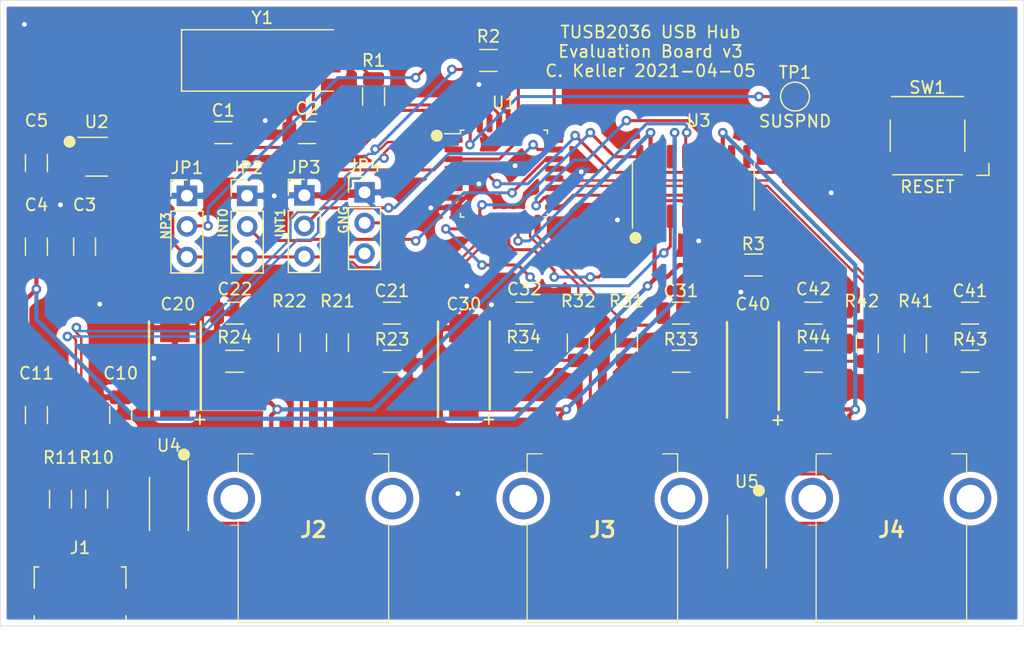
<source format=kicad_pcb>
(kicad_pcb (version 20171130) (host pcbnew "(5.1.9-0-10_14)")
  (title_block (title "TUSB2036 Evaluation Board") (date 2021-04-05) (rev 3) (company "Chris Keller"))
  (layers (0 F.Cu signal) (31 B.Cu signal) (34 B.Paste user) (35 F.Paste user) (36 B.SilkS user) (37 F.SilkS user) (38 B.Mask user) (39 F.Mask user) (44 Edge.Cuts user))
  (net 0 "")
  (net 1 GND)
  (net 2 /XTAL1)
  (net 3 "Net-(C2-Pad1)")
  (net 4 /D0-)
  (net 5 /D0+)
  (net 6 VBUS)
  (net 7 +3V3)
  (net 8 /D1+)
  (net 9 /D2+)
  (net 10 /D3+)
  (net 11 /D1-)
  (net 12 /D2-)
  (net 13 /D3-)
  (net 14 /5VA)
  (net 15 /5VB)
  (net 16 /5VC)
  (net 17 "Net-(J1-Pad6)")
  (net 18 "Net-(J1-Pad3)")
  (net 19 "Net-(J1-Pad2)")
  (net 20 "Net-(J2-Pad3)")
  (net 21 "Net-(J2-Pad2)")
  (net 22 "Net-(J3-Pad3)")
  (net 23 "Net-(J3-Pad2)")
  (net 24 "Net-(J4-Pad3)")
  (net 25 "Net-(J4-Pad2)")
  (net 26 /NP3)
  (net 27 /NPINT0)
  (net 28 /NPINT1)
  (net 29 /GANGED)
  (net 30 /XTAL2)
  (net 31 "Net-(SW1-Pad2)")
  (net 32 "Net-(TP1-Pad1)")
  (net 33 /OC3)
  (net 34 /EN3)
  (net 35 /OC2)
  (net 36 /EN2)
  (net 37 /OC1)
  (net 38 /EN1)
  (net 39 "Net-(R2-Pad1)")
  (net 40 "Net-(R3-Pad1)")
  (module Vishay-cap:CAPPM7343X310N (layer F.Cu) (at 111.25 103.6 90)
    (fp_text reference C20 (at 5.1 0.25) (layer F.SilkS))
    (fp_text value 120μF hide)
    (fp_text user + (at -4.5 2 90) (layer F.SilkS))
    (pad 2 smd rect (at 3.1 0 90) (size 2.35 2.45) (layers F.Cu F.Paste F.Mask) (net 1 GND))
    (pad 1 smd rect (at -3.1 0 90) (size 2.35 2.45) (layers F.Cu F.Paste F.Mask) (net 14 /5VA))
  )
  (module Vishay-cap:CAPPM7343X310N (layer F.Cu) (at 159.25 103.65 90)
    (fp_text reference C40 (at 5.15 0) (layer F.SilkS))
    (fp_text value 120μF hide)
    (fp_text user + (at -4.5 2 90) (layer F.SilkS))
    (pad 2 smd rect (at 3.1 0 90) (size 2.35 2.45) (layers F.Cu F.Paste F.Mask) (net 1 GND))
    (pad 1 smd rect (at -3.1 0 90) (size 2.35 2.45) (layers F.Cu F.Paste F.Mask) (net 16 /5VC))
  )
  (module Vishay-cap:CAPPM7343X310N (layer F.Cu) (at 135.25 103.6 90)
    (fp_text reference C30 (at 5.1 0) (layer F.SilkS))
    (fp_text value 120μF hide)
    (fp_text user + (at -4.5 2 90) (layer F.SilkS))
    (pad 2 smd rect (at 3.1 0 90) (size 2.35 2.45) (layers F.Cu F.Paste F.Mask) (net 1 GND))
    (pad 1 smd rect (at -3.1 0 90) (size 2.35 2.45) (layers F.Cu F.Paste F.Mask) (net 15 /5VB))
  )
  (module Resistor_SMD:R_1206_3216Metric (layer F.Cu) (at 159.2875 95.25 180)
    (fp_text reference R3 (at 0 1.75) (layer F.SilkS))
    (fp_text value 15kΩ)
    (pad 2 smd roundrect (at 1.4625 0 180) (size 1.125 1.75) (layers F.Cu F.Paste F.Mask) (roundrect_rratio 0.222222) (net 6 VBUS))
    (pad 1 smd roundrect (at -1.4625 0 180) (size 1.125 1.75) (layers F.Cu F.Paste F.Mask) (roundrect_rratio 0.222222) (net 40 "Net-(R3-Pad1)"))
  )
  (module Connector_PinHeader_2.54mm:PinHeader_1x03_P2.54mm_Vertical (layer F.Cu) (at 127 89.21)
    (fp_text reference JP4 (at 0 -2.21) (layer F.SilkS))
    (fp_text value GANGED_SEL)
    (pad 3 thru_hole oval (at 0 5.08) (size 1.7 1.7) (drill 1) (layers *.Cu *.Mask) (net 7 +3V3))
    (pad 2 thru_hole oval (at 0 2.54) (size 1.7 1.7) (drill 1) (layers *.Cu *.Mask) (net 29 /GANGED))
    (pad 1 thru_hole rect (at 0 0) (size 1.7 1.7) (drill 1) (layers *.Cu *.Mask) (net 1 GND))
  )
  (module Connector_PinHeader_2.54mm:PinHeader_1x03_P2.54mm_Vertical (layer F.Cu) (at 122 89.46)
    (fp_text reference JP3 (at 0 -2.33) (layer F.SilkS))
    (fp_text value NPINT1_SEL)
    (pad 3 thru_hole oval (at 0 5.08) (size 1.7 1.7) (drill 1) (layers *.Cu *.Mask) (net 7 +3V3))
    (pad 2 thru_hole oval (at 0 2.54) (size 1.7 1.7) (drill 1) (layers *.Cu *.Mask) (net 28 /NPINT1))
    (pad 1 thru_hole rect (at 0 0) (size 1.7 1.7) (drill 1) (layers *.Cu *.Mask) (net 1 GND))
  )
  (module Connector_PinHeader_2.54mm:PinHeader_1x03_P2.54mm_Vertical (layer F.Cu) (at 117.25 89.5)
    (fp_text reference JP2 (at 0 -2.33) (layer F.SilkS))
    (fp_text value NPINT0_SEL)
    (pad 3 thru_hole oval (at 0 5.08) (size 1.7 1.7) (drill 1) (layers *.Cu *.Mask) (net 7 +3V3))
    (pad 2 thru_hole oval (at 0 2.54) (size 1.7 1.7) (drill 1) (layers *.Cu *.Mask) (net 27 /NPINT0))
    (pad 1 thru_hole rect (at 0 0) (size 1.7 1.7) (drill 1) (layers *.Cu *.Mask) (net 1 GND))
  )
  (module Connector_PinHeader_2.54mm:PinHeader_1x03_P2.54mm_Vertical (layer F.Cu) (at 112.25 89.5)
    (fp_text reference JP1 (at 0 -2.33) (layer F.SilkS))
    (fp_text value NP3_SEL)
    (pad 3 thru_hole oval (at 0 5.08) (size 1.7 1.7) (drill 1) (layers *.Cu *.Mask) (net 7 +3V3))
    (pad 2 thru_hole oval (at 0 2.54) (size 1.7 1.7) (drill 1) (layers *.Cu *.Mask) (net 26 /NP3))
    (pad 1 thru_hole rect (at 0 0) (size 1.7 1.7) (drill 1) (layers *.Cu *.Mask) (net 1 GND))
  )
  (module Resistor_SMD:R_1206_3216Metric (layer F.Cu) (at 137.2875 78.25 180)
    (fp_text reference R2 (at 0 2) (layer F.SilkS))
    (fp_text value 1.5kΩ)
    (pad 2 smd roundrect (at 1.4625 0 180) (size 1.125 1.75) (layers F.Cu F.Paste F.Mask) (roundrect_rratio 0.222222) (net 5 /D0+))
    (pad 1 smd roundrect (at -1.4625 0 180) (size 1.125 1.75) (layers F.Cu F.Paste F.Mask) (roundrect_rratio 0.222222) (net 39 "Net-(R2-Pad1)"))
  )
  (module Crystal:Crystal_SMD_HC49-SD (layer F.Cu) (at 118.5 78.25)
    (fp_text reference Y1 (at 0 -3.55) (layer F.SilkS))
    (fp_text value 6MHz)
    (pad 2 smd rect (at 4.25 0) (size 4.5 2) (layers F.Cu F.Paste F.Mask) (net 3 "Net-(C2-Pad1)"))
    (pad 1 smd rect (at -4.25 0) (size 4.5 2) (layers F.Cu F.Paste F.Mask) (net 2 /XTAL1))
  )
  (module Package_TO_SOT_SMD:SOT-23-5 (layer F.Cu) (at 104.75 86.25)
    (fp_text reference U2 (at 0 -2.9) (layer F.SilkS))
    (fp_text value TPS76333)
    (pad 5 smd rect (at 1.1 -0.95) (size 1.06 0.65) (layers F.Cu F.Paste F.Mask) (net 7 +3V3))
    (pad 4 smd rect (at 1.1 0.95) (size 1.06 0.65) (layers F.Cu F.Paste F.Mask))
    (pad 3 smd rect (at -1.1 0.95) (size 1.06 0.65) (layers F.Cu F.Paste F.Mask) (net 6 VBUS))
    (pad 2 smd rect (at -1.1 0) (size 1.06 0.65) (layers F.Cu F.Paste F.Mask) (net 1 GND))
    (pad 1 smd rect (at -1.1 -0.95) (size 1.06 0.65) (layers F.Cu F.Paste F.Mask) (net 6 VBUS))
  )
  (module Package_SO:SOIC-16_3.9x9.9mm_P1.27mm (layer F.Cu) (at 154.305 88.725 90)
    (fp_text reference U3 (at 5.475 0.445 180) (layer F.SilkS))
    (fp_text value TPS2044D)
    (pad 16 smd roundrect (at 2.475 -4.445 90) (size 1.95 0.6) (layers F.Cu F.Paste F.Mask) (net 37 /OC1))
    (pad 15 smd roundrect (at 2.475 -3.175 90) (size 1.95 0.6) (layers F.Cu F.Paste F.Mask) (net 14 /5VA))
    (pad 14 smd roundrect (at 2.475 -1.905 90) (size 1.95 0.6) (layers F.Cu F.Paste F.Mask) (net 15 /5VB))
    (pad 13 smd roundrect (at 2.475 -0.635 90) (size 1.95 0.6) (layers F.Cu F.Paste F.Mask) (net 35 /OC2))
    (pad 12 smd roundrect (at 2.475 0.635 90) (size 1.95 0.6) (layers F.Cu F.Paste F.Mask) (net 33 /OC3))
    (pad 11 smd roundrect (at 2.475 1.905 90) (size 1.95 0.6) (layers F.Cu F.Paste F.Mask) (net 16 /5VC))
    (pad 10 smd roundrect (at 2.475 3.175 90) (size 1.95 0.6) (layers F.Cu F.Paste F.Mask))
    (pad 9 smd roundrect (at 2.475 4.445 90) (size 1.95 0.6) (layers F.Cu F.Paste F.Mask))
    (pad 8 smd roundrect (at -2.475 4.445 90) (size 1.95 0.6) (layers F.Cu F.Paste F.Mask) (net 40 "Net-(R3-Pad1)"))
    (pad 7 smd roundrect (at -2.475 3.175 90) (size 1.95 0.6) (layers F.Cu F.Paste F.Mask) (net 34 /EN3))
    (pad 6 smd roundrect (at -2.475 1.905 90) (size 1.95 0.6) (layers F.Cu F.Paste F.Mask) (net 6 VBUS))
    (pad 5 smd roundrect (at -2.475 0.635 90) (size 1.95 0.6) (layers F.Cu F.Paste F.Mask) (net 1 GND))
    (pad 4 smd roundrect (at -2.475 -0.635 90) (size 1.95 0.6) (layers F.Cu F.Paste F.Mask) (net 36 /EN2))
    (pad 3 smd roundrect (at -2.475 -1.905 90) (size 1.95 0.6) (layers F.Cu F.Paste F.Mask) (net 38 /EN1))
    (pad 2 smd roundrect (at -2.475 -3.175 90) (size 1.95 0.6) (layers F.Cu F.Paste F.Mask) (net 6 VBUS))
    (pad 1 smd roundrect (at -2.475 -4.445 90) (size 1.95 0.6) (layers F.Cu F.Paste F.Mask) (net 1 GND))
  )
  (module Package_SO:TSSOP-8_4.4x3mm_P0.65mm (layer F.Cu) (at 158.75 118.25 270)
    (fp_text reference U5 (at -5 0 180) (layer F.SilkS))
    (fp_text value SN75240)
    (pad 8 smd roundrect (at 2.8625 -0.975 270) (size 1.475 0.4) (layers F.Cu F.Paste F.Mask) (net 22 "Net-(J3-Pad3)"))
    (pad 7 smd roundrect (at 2.8625 -0.325 270) (size 1.475 0.4) (layers F.Cu F.Paste F.Mask) (net 1 GND))
    (pad 6 smd roundrect (at 2.8625 0.325 270) (size 1.475 0.4) (layers F.Cu F.Paste F.Mask) (net 23 "Net-(J3-Pad2)"))
    (pad 5 smd roundrect (at 2.8625 0.975 270) (size 1.475 0.4) (layers F.Cu F.Paste F.Mask) (net 1 GND))
    (pad 4 smd roundrect (at -2.8625 0.975 270) (size 1.475 0.4) (layers F.Cu F.Paste F.Mask) (net 25 "Net-(J4-Pad2)"))
    (pad 3 smd roundrect (at -2.8625 0.325 270) (size 1.475 0.4) (layers F.Cu F.Paste F.Mask) (net 1 GND))
    (pad 2 smd roundrect (at -2.8625 -0.325 270) (size 1.475 0.4) (layers F.Cu F.Paste F.Mask) (net 24 "Net-(J4-Pad3)"))
    (pad 1 smd roundrect (at -2.8625 -0.975 270) (size 1.475 0.4) (layers F.Cu F.Paste F.Mask) (net 1 GND))
  )
  (module Package_SO:TSSOP-8_4.4x3mm_P0.65mm (layer F.Cu) (at 110.75 115.1125 270)
    (fp_text reference U4 (at -4.8625 0 180) (layer F.SilkS))
    (fp_text value SN75240)
    (pad 8 smd roundrect (at 2.8625 -0.975 270) (size 1.475 0.4) (layers F.Cu F.Paste F.Mask) (net 19 "Net-(J1-Pad2)"))
    (pad 7 smd roundrect (at 2.8625 -0.325 270) (size 1.475 0.4) (layers F.Cu F.Paste F.Mask) (net 1 GND))
    (pad 6 smd roundrect (at 2.8625 0.325 270) (size 1.475 0.4) (layers F.Cu F.Paste F.Mask) (net 18 "Net-(J1-Pad3)"))
    (pad 5 smd roundrect (at 2.8625 0.975 270) (size 1.475 0.4) (layers F.Cu F.Paste F.Mask) (net 1 GND))
    (pad 4 smd roundrect (at -2.8625 0.975 270) (size 1.475 0.4) (layers F.Cu F.Paste F.Mask) (net 21 "Net-(J2-Pad2)"))
    (pad 3 smd roundrect (at -2.8625 0.325 270) (size 1.475 0.4) (layers F.Cu F.Paste F.Mask) (net 1 GND))
    (pad 2 smd roundrect (at -2.8625 -0.325 270) (size 1.475 0.4) (layers F.Cu F.Paste F.Mask) (net 20 "Net-(J2-Pad3)"))
    (pad 1 smd roundrect (at -2.8625 -0.975 270) (size 1.475 0.4) (layers F.Cu F.Paste F.Mask) (net 1 GND))
  )
  (module Package_QFP:LQFP-32_7x7mm_P0.8mm (layer F.Cu) (at 138.575 87.65)
    (fp_text reference U1 (at 0 -5.88) (layer F.SilkS))
    (fp_text value TUSB2036)
    (pad 32 smd roundrect (at -2.8 -4.175) (size 0.5 1.5) (layers F.Cu F.Paste F.Mask) (net 32 "Net-(TP1-Pad1)"))
    (pad 31 smd roundrect (at -2 -4.175) (size 0.5 1.5) (layers F.Cu F.Paste F.Mask) (net 1 GND))
    (pad 30 smd roundrect (at -1.2 -4.175) (size 0.5 1.5) (layers F.Cu F.Paste F.Mask) (net 2 /XTAL1))
    (pad 29 smd roundrect (at -0.4 -4.175) (size 0.5 1.5) (layers F.Cu F.Paste F.Mask) (net 30 /XTAL2))
    (pad 28 smd roundrect (at 0.4 -4.175) (size 0.5 1.5) (layers F.Cu F.Paste F.Mask) (net 1 GND))
    (pad 27 smd roundrect (at 1.2 -4.175) (size 0.5 1.5) (layers F.Cu F.Paste F.Mask) (net 39 "Net-(R2-Pad1)"))
    (pad 26 smd roundrect (at 2 -4.175) (size 0.5 1.5) (layers F.Cu F.Paste F.Mask) (net 7 +3V3))
    (pad 25 smd roundrect (at 2.8 -4.175) (size 0.5 1.5) (layers F.Cu F.Paste F.Mask) (net 7 +3V3))
    (pad 24 smd roundrect (at 4.175 -2.8) (size 1.5 0.5) (layers F.Cu F.Paste F.Mask) (net 26 /NP3))
    (pad 23 smd roundrect (at 4.175 -2) (size 1.5 0.5) (layers F.Cu F.Paste F.Mask) (net 28 /NPINT1))
    (pad 22 smd roundrect (at 4.175 -1.2) (size 1.5 0.5) (layers F.Cu F.Paste F.Mask) (net 27 /NPINT0))
    (pad 21 smd roundrect (at 4.175 -0.4) (size 1.5 0.5) (layers F.Cu F.Paste F.Mask) (net 1 GND))
    (pad 20 smd roundrect (at 4.175 0.4) (size 1.5 0.5) (layers F.Cu F.Paste F.Mask) (net 10 /D3+))
    (pad 19 smd roundrect (at 4.175 1.2) (size 1.5 0.5) (layers F.Cu F.Paste F.Mask) (net 13 /D3-))
    (pad 18 smd roundrect (at 4.175 2) (size 1.5 0.5) (layers F.Cu F.Paste F.Mask) (net 33 /OC3))
    (pad 17 smd roundrect (at 4.175 2.8) (size 1.5 0.5) (layers F.Cu F.Paste F.Mask) (net 34 /EN3))
    (pad 16 smd roundrect (at 2.8 4.175) (size 0.5 1.5) (layers F.Cu F.Paste F.Mask) (net 9 /D2+))
    (pad 15 smd roundrect (at 2 4.175) (size 0.5 1.5) (layers F.Cu F.Paste F.Mask) (net 12 /D2-))
    (pad 14 smd roundrect (at 1.2 4.175) (size 0.5 1.5) (layers F.Cu F.Paste F.Mask) (net 35 /OC2))
    (pad 13 smd roundrect (at 0.4 4.175) (size 0.5 1.5) (layers F.Cu F.Paste F.Mask) (net 36 /EN2))
    (pad 12 smd roundrect (at -0.4 4.175) (size 0.5 1.5) (layers F.Cu F.Paste F.Mask) (net 8 /D1+))
    (pad 11 smd roundrect (at -1.2 4.175) (size 0.5 1.5) (layers F.Cu F.Paste F.Mask) (net 11 /D1-))
    (pad 10 smd roundrect (at -2 4.175) (size 0.5 1.5) (layers F.Cu F.Paste F.Mask) (net 37 /OC1))
    (pad 9 smd roundrect (at -2.8 4.175) (size 0.5 1.5) (layers F.Cu F.Paste F.Mask) (net 38 /EN1))
    (pad 8 smd roundrect (at -4.175 2.8) (size 1.5 0.5) (layers F.Cu F.Paste F.Mask) (net 1 GND))
    (pad 7 smd roundrect (at -4.175 2) (size 1.5 0.5) (layers F.Cu F.Paste F.Mask) (net 1 GND))
    (pad 6 smd roundrect (at -4.175 1.2) (size 1.5 0.5) (layers F.Cu F.Paste F.Mask) (net 29 /GANGED))
    (pad 5 smd roundrect (at -4.175 0.4) (size 1.5 0.5) (layers F.Cu F.Paste F.Mask))
    (pad 4 smd roundrect (at -4.175 -0.4) (size 1.5 0.5) (layers F.Cu F.Paste F.Mask) (net 31 "Net-(SW1-Pad2)"))
    (pad 3 smd roundrect (at -4.175 -1.2) (size 1.5 0.5) (layers F.Cu F.Paste F.Mask) (net 7 +3V3))
    (pad 2 smd roundrect (at -4.175 -2) (size 1.5 0.5) (layers F.Cu F.Paste F.Mask) (net 4 /D0-))
    (pad 1 smd roundrect (at -4.175 -2.8) (size 1.5 0.5) (layers F.Cu F.Paste F.Mask) (net 5 /D0+))
  )
  (module TestPoint:TestPoint_Pad_D2.0mm (layer F.Cu) (at 162.75 81.25)
    (fp_text reference TP1 (at 0 -1.998) (layer F.SilkS))
    (fp_text value SUSPND (at 0 2.05) (layer F.SilkS))
    (pad 1 smd circle (at 0 0) (size 2 2) (layers F.Cu F.Mask) (net 32 "Net-(TP1-Pad1)"))
  )
  (module Button_Switch_SMD:SW_SPST_Omron_B3FS-100xP (layer F.Cu) (at 173.75 84.5 180)
    (fp_text reference SW1 (at 0 4) (layer F.SilkS))
    (fp_text value RESET (at 0 -4.25) (layer F.SilkS))
    (pad 3 smd rect (at -4 2.25) (size 1.6 1.4) (layers F.Cu F.Paste F.Mask))
    (pad 4 smd rect (at 4 2.25) (size 1.6 1.4) (layers F.Cu F.Paste F.Mask))
    (pad 1 smd rect (at -4 -2.25) (size 1.6 1.4) (layers F.Cu F.Paste F.Mask) (net 1 GND))
    (pad 2 smd rect (at 4 -2.25) (size 1.6 1.4) (layers F.Cu F.Paste F.Mask) (net 31 "Net-(SW1-Pad2)"))
  )
  (module Resistor_SMD:R_1206_3216Metric (layer F.Cu) (at 164.2875 103.25 180)
    (fp_text reference R44 (at 0 2) (layer F.SilkS))
    (fp_text value 15kΩ)
    (pad 2 smd roundrect (at 1.4625 0 180) (size 1.125 1.75) (layers F.Cu F.Paste F.Mask) (roundrect_rratio 0.222222) (net 1 GND))
    (pad 1 smd roundrect (at -1.4625 0 180) (size 1.125 1.75) (layers F.Cu F.Paste F.Mask) (roundrect_rratio 0.222222) (net 25 "Net-(J4-Pad2)"))
  )
  (module Resistor_SMD:R_1206_3216Metric (layer F.Cu) (at 140.2125 103.25 180)
    (fp_text reference R34 (at 0 2) (layer F.SilkS))
    (fp_text value 15kΩ)
    (pad 2 smd roundrect (at 1.4625 0 180) (size 1.125 1.75) (layers F.Cu F.Paste F.Mask) (roundrect_rratio 0.222222) (net 1 GND))
    (pad 1 smd roundrect (at -1.4625 0 180) (size 1.125 1.75) (layers F.Cu F.Paste F.Mask) (roundrect_rratio 0.222222) (net 23 "Net-(J3-Pad2)"))
  )
  (module Resistor_SMD:R_1206_3216Metric (layer F.Cu) (at 116.2125 103.25 180)
    (fp_text reference R24 (at 0 2) (layer F.SilkS))
    (fp_text value 15kΩ)
    (pad 2 smd roundrect (at 1.4625 0 180) (size 1.125 1.75) (layers F.Cu F.Paste F.Mask) (roundrect_rratio 0.222222) (net 1 GND))
    (pad 1 smd roundrect (at -1.4625 0 180) (size 1.125 1.75) (layers F.Cu F.Paste F.Mask) (roundrect_rratio 0.222222) (net 21 "Net-(J2-Pad2)"))
  )
  (module Resistor_SMD:R_1206_3216Metric (layer F.Cu) (at 177.2875 103.25)
    (fp_text reference R43 (at 0 -1.82) (layer F.SilkS))
    (fp_text value 15kΩ)
    (pad 2 smd roundrect (at 1.4625 0) (size 1.125 1.75) (layers F.Cu F.Paste F.Mask) (roundrect_rratio 0.222222) (net 1 GND))
    (pad 1 smd roundrect (at -1.4625 0) (size 1.125 1.75) (layers F.Cu F.Paste F.Mask) (roundrect_rratio 0.222222) (net 24 "Net-(J4-Pad3)"))
  )
  (module Resistor_SMD:R_1206_3216Metric (layer F.Cu) (at 153.2875 103.25)
    (fp_text reference R33 (at 0 -1.82) (layer F.SilkS))
    (fp_text value 15kΩ)
    (pad 2 smd roundrect (at 1.4625 0) (size 1.125 1.75) (layers F.Cu F.Paste F.Mask) (roundrect_rratio 0.222222) (net 1 GND))
    (pad 1 smd roundrect (at -1.4625 0) (size 1.125 1.75) (layers F.Cu F.Paste F.Mask) (roundrect_rratio 0.222222) (net 22 "Net-(J3-Pad3)"))
  )
  (module Resistor_SMD:R_1206_3216Metric (layer F.Cu) (at 129.2875 103.25)
    (fp_text reference R23 (at 0 -1.82) (layer F.SilkS))
    (fp_text value 15kΩ)
    (pad 2 smd roundrect (at 1.4625 0) (size 1.125 1.75) (layers F.Cu F.Paste F.Mask) (roundrect_rratio 0.222222) (net 1 GND))
    (pad 1 smd roundrect (at -1.4625 0) (size 1.125 1.75) (layers F.Cu F.Paste F.Mask) (roundrect_rratio 0.222222) (net 20 "Net-(J2-Pad3)"))
  )
  (module Resistor_SMD:R_1206_3216Metric (layer F.Cu) (at 168.75 101.7875 270)
    (fp_text reference R42 (at -3.5375 0.4625 180) (layer F.SilkS))
    (fp_text value 27Ω)
    (pad 2 smd roundrect (at 1.4625 0 270) (size 1.125 1.75) (layers F.Cu F.Paste F.Mask) (roundrect_rratio 0.222222) (net 25 "Net-(J4-Pad2)"))
    (pad 1 smd roundrect (at -1.4625 0 270) (size 1.125 1.75) (layers F.Cu F.Paste F.Mask) (roundrect_rratio 0.222222) (net 13 /D3-))
  )
  (module Resistor_SMD:R_1206_3216Metric (layer F.Cu) (at 172.75 101.7875 270)
    (fp_text reference R41 (at -3.5375 0 180) (layer F.SilkS))
    (fp_text value 27Ω)
    (pad 2 smd roundrect (at 1.4625 0 270) (size 1.125 1.75) (layers F.Cu F.Paste F.Mask) (roundrect_rratio 0.222222) (net 24 "Net-(J4-Pad3)"))
    (pad 1 smd roundrect (at -1.4625 0 270) (size 1.125 1.75) (layers F.Cu F.Paste F.Mask) (roundrect_rratio 0.222222) (net 10 /D3+))
  )
  (module Resistor_SMD:R_1206_3216Metric (layer F.Cu) (at 144.75 101.7125 270)
    (fp_text reference R32 (at -3.4625 0 180) (layer F.SilkS))
    (fp_text value 27Ω)
    (pad 2 smd roundrect (at 1.4625 0 270) (size 1.125 1.75) (layers F.Cu F.Paste F.Mask) (roundrect_rratio 0.222222) (net 23 "Net-(J3-Pad2)"))
    (pad 1 smd roundrect (at -1.4625 0 270) (size 1.125 1.75) (layers F.Cu F.Paste F.Mask) (roundrect_rratio 0.222222) (net 12 /D2-))
  )
  (module Resistor_SMD:R_1206_3216Metric (layer F.Cu) (at 148.75 101.7125 270)
    (fp_text reference R31 (at -3.4625 0 180) (layer F.SilkS))
    (fp_text value 27Ω)
    (pad 2 smd roundrect (at 1.4625 0 270) (size 1.125 1.75) (layers F.Cu F.Paste F.Mask) (roundrect_rratio 0.222222) (net 22 "Net-(J3-Pad3)"))
    (pad 1 smd roundrect (at -1.4625 0 270) (size 1.125 1.75) (layers F.Cu F.Paste F.Mask) (roundrect_rratio 0.222222) (net 9 /D2+))
  )
  (module Resistor_SMD:R_1206_3216Metric (layer F.Cu) (at 120.75 101.7125 270)
    (fp_text reference R22 (at -3.4625 0 180) (layer F.SilkS))
    (fp_text value 27Ω)
    (pad 2 smd roundrect (at 1.4625 0 270) (size 1.125 1.75) (layers F.Cu F.Paste F.Mask) (roundrect_rratio 0.222222) (net 21 "Net-(J2-Pad2)"))
    (pad 1 smd roundrect (at -1.4625 0 270) (size 1.125 1.75) (layers F.Cu F.Paste F.Mask) (roundrect_rratio 0.222222) (net 11 /D1-))
  )
  (module Resistor_SMD:R_1206_3216Metric (layer F.Cu) (at 124.75 101.7125 270)
    (fp_text reference R21 (at -3.4625 0 180) (layer F.SilkS))
    (fp_text value 27Ω)
    (pad 2 smd roundrect (at 1.4625 0 270) (size 1.125 1.75) (layers F.Cu F.Paste F.Mask) (roundrect_rratio 0.222222) (net 20 "Net-(J2-Pad3)"))
    (pad 1 smd roundrect (at -1.4625 0 270) (size 1.125 1.75) (layers F.Cu F.Paste F.Mask) (roundrect_rratio 0.222222) (net 8 /D1+))
  )
  (module Resistor_SMD:R_1206_3216Metric (layer F.Cu) (at 101.75 114.7125 90)
    (fp_text reference R11 (at 3.4625 0 180) (layer F.SilkS))
    (fp_text value 27Ω)
    (pad 2 smd roundrect (at 1.4625 0 90) (size 1.125 1.75) (layers F.Cu F.Paste F.Mask) (roundrect_rratio 0.222222) (net 4 /D0-))
    (pad 1 smd roundrect (at -1.4625 0 90) (size 1.125 1.75) (layers F.Cu F.Paste F.Mask) (roundrect_rratio 0.222222) (net 19 "Net-(J1-Pad2)"))
  )
  (module Resistor_SMD:R_1206_3216Metric (layer F.Cu) (at 104.75 114.7125 90)
    (fp_text reference R10 (at 3.4625 0 180) (layer F.SilkS))
    (fp_text value 27Ω)
    (pad 2 smd roundrect (at 1.4625 0 90) (size 1.125 1.75) (layers F.Cu F.Paste F.Mask) (roundrect_rratio 0.222222) (net 5 /D0+))
    (pad 1 smd roundrect (at -1.4625 0 90) (size 1.125 1.75) (layers F.Cu F.Paste F.Mask) (roundrect_rratio 0.222222) (net 18 "Net-(J1-Pad3)"))
  )
  (module Resistor_SMD:R_1206_3216Metric (layer F.Cu) (at 127.75 81.25 90)
    (fp_text reference R1 (at 3 0 180) (layer F.SilkS))
    (fp_text value 27Ω)
    (pad 2 smd roundrect (at 1.4625 0 90) (size 1.125 1.75) (layers F.Cu F.Paste F.Mask) (roundrect_rratio 0.222222) (net 3 "Net-(C2-Pad1)"))
    (pad 1 smd roundrect (at -1.4625 0 90) (size 1.125 1.75) (layers F.Cu F.Paste F.Mask) (roundrect_rratio 0.222222) (net 30 /XTAL2))
  )
  (module USB-A:62900416021 (layer F.Cu) (at 170.75 117.25)
    (fp_text reference J4 (at 0 0) (layer F.SilkS) (effects (font (size 1.27 1.27) (thickness 0.254))))
    (fp_text value USB_A hide)
    (pad 6 thru_hole circle (at 6.57 -2.585) (size 3.45 3.45) (drill 2.3) (layers *.Cu *.Mask))
    (pad 5 thru_hole circle (at -6.57 -2.585) (size 3.45 3.45) (drill 2.3) (layers *.Cu *.Mask))
    (pad 4 smd rect (at 3.5 -6.255) (size 1.12 2.88) (layers F.Cu F.Paste F.Mask) (net 1 GND))
    (pad 3 smd rect (at 1 -6.255) (size 1.12 2.88) (layers F.Cu F.Paste F.Mask) (net 24 "Net-(J4-Pad3)"))
    (pad 2 smd rect (at -1 -6.255) (size 1.12 2.88) (layers F.Cu F.Paste F.Mask) (net 25 "Net-(J4-Pad2)"))
    (pad 1 smd rect (at -3.5 -6.255) (size 1.12 2.88) (layers F.Cu F.Paste F.Mask) (net 16 /5VC))
  )
  (module USB-A:62900416021 (layer F.Cu) (at 146.75 117.25)
    (fp_text reference J3 (at 0 0) (layer F.SilkS) (effects (font (size 1.27 1.27) (thickness 0.254))))
    (fp_text value USB_A hide)
    (pad 6 thru_hole circle (at 6.57 -2.585) (size 3.45 3.45) (drill 2.3) (layers *.Cu *.Mask))
    (pad 5 thru_hole circle (at -6.57 -2.585) (size 3.45 3.45) (drill 2.3) (layers *.Cu *.Mask))
    (pad 4 smd rect (at 3.5 -6.255) (size 1.12 2.88) (layers F.Cu F.Paste F.Mask) (net 1 GND))
    (pad 3 smd rect (at 1 -6.255) (size 1.12 2.88) (layers F.Cu F.Paste F.Mask) (net 22 "Net-(J3-Pad3)"))
    (pad 2 smd rect (at -1 -6.255) (size 1.12 2.88) (layers F.Cu F.Paste F.Mask) (net 23 "Net-(J3-Pad2)"))
    (pad 1 smd rect (at -3.5 -6.255) (size 1.12 2.88) (layers F.Cu F.Paste F.Mask) (net 15 /5VB))
  )
  (module USB-A:62900416021 (layer F.Cu) (at 122.75 117.25)
    (fp_text reference J2 (at 0 0) (layer F.SilkS) (effects (font (size 1.27 1.27) (thickness 0.254))))
    (fp_text value USB_A hide)
    (pad 6 thru_hole circle (at 6.57 -2.585) (size 3.45 3.45) (drill 2.3) (layers *.Cu *.Mask))
    (pad 5 thru_hole circle (at -6.57 -2.585) (size 3.45 3.45) (drill 2.3) (layers *.Cu *.Mask))
    (pad 4 smd rect (at 3.5 -6.255) (size 1.12 2.88) (layers F.Cu F.Paste F.Mask) (net 1 GND))
    (pad 3 smd rect (at 1 -6.255) (size 1.12 2.88) (layers F.Cu F.Paste F.Mask) (net 20 "Net-(J2-Pad3)"))
    (pad 2 smd rect (at -1 -6.255) (size 1.12 2.88) (layers F.Cu F.Paste F.Mask) (net 21 "Net-(J2-Pad2)"))
    (pad 1 smd rect (at -3.5 -6.255) (size 1.12 2.88) (layers F.Cu F.Paste F.Mask) (net 14 /5VA))
  )
  (module Connector_USB:USB_Micro-B_Molex_47346-0001 (layer F.Cu) (at 103.375 122.05)
    (fp_text reference J1 (at 0 -3.3 180) (layer F.SilkS))
    (fp_text value USB_B_Micro)
    (pad 6 smd rect (at 1.55 1.2) (size 1 1.9) (layers F.Cu F.Paste F.Mask) (net 17 "Net-(J1-Pad6)"))
    (pad 6 smd rect (at -1.15 1.2) (size 1.8 1.9) (layers F.Cu F.Paste F.Mask) (net 17 "Net-(J1-Pad6)"))
    (pad 6 smd rect (at 3.375 1.2) (size 1.65 1.3) (layers F.Cu F.Paste F.Mask) (net 17 "Net-(J1-Pad6)"))
    (pad 6 smd rect (at -3.375 1.2) (size 1.65 1.3) (layers F.Cu F.Paste F.Mask) (net 17 "Net-(J1-Pad6)"))
    (pad 6 smd rect (at 2.4875 -1.375) (size 1.425 1.55) (layers F.Cu F.Paste F.Mask) (net 17 "Net-(J1-Pad6)"))
    (pad 6 smd rect (at -2.4875 -1.375) (size 1.425 1.55) (layers F.Cu F.Paste F.Mask) (net 17 "Net-(J1-Pad6)"))
    (pad 5 smd rect (at 1.3 -1.46) (size 0.45 1.38) (layers F.Cu F.Paste F.Mask) (net 1 GND))
    (pad 4 smd rect (at 0.65 -1.46) (size 0.45 1.38) (layers F.Cu F.Paste F.Mask))
    (pad 3 smd rect (at 0 -1.46) (size 0.45 1.38) (layers F.Cu F.Paste F.Mask) (net 18 "Net-(J1-Pad3)"))
    (pad 2 smd rect (at -0.65 -1.46) (size 0.45 1.38) (layers F.Cu F.Paste F.Mask) (net 19 "Net-(J1-Pad2)"))
    (pad 1 smd rect (at -1.3 -1.46) (size 0.45 1.38) (layers F.Cu F.Paste F.Mask) (net 6 VBUS))
  )
  (module Capacitor_SMD:C_1206_3216Metric (layer F.Cu) (at 164.275 99.25 180)
    (fp_text reference C42 (at 0 2) (layer F.SilkS))
    (fp_text value 22pF)
    (pad 2 smd roundrect (at 1.475 0 180) (size 1.15 1.8) (layers F.Cu F.Paste F.Mask) (roundrect_rratio 0.217391) (net 1 GND))
    (pad 1 smd roundrect (at -1.475 0 180) (size 1.15 1.8) (layers F.Cu F.Paste F.Mask) (roundrect_rratio 0.217391) (net 13 /D3-))
  )
  (module Capacitor_SMD:C_1206_3216Metric (layer F.Cu) (at 140.275 99.25 180)
    (fp_text reference C32 (at 0 2) (layer F.SilkS))
    (fp_text value 22pF)
    (pad 2 smd roundrect (at 1.475 0 180) (size 1.15 1.8) (layers F.Cu F.Paste F.Mask) (roundrect_rratio 0.217391) (net 1 GND))
    (pad 1 smd roundrect (at -1.475 0 180) (size 1.15 1.8) (layers F.Cu F.Paste F.Mask) (roundrect_rratio 0.217391) (net 12 /D2-))
  )
  (module Capacitor_SMD:C_1206_3216Metric (layer F.Cu) (at 116.225 99.25 180)
    (fp_text reference C22 (at 0 2) (layer F.SilkS))
    (fp_text value 22pF)
    (pad 2 smd roundrect (at 1.475 0 180) (size 1.15 1.8) (layers F.Cu F.Paste F.Mask) (roundrect_rratio 0.217391) (net 1 GND))
    (pad 1 smd roundrect (at -1.475 0 180) (size 1.15 1.8) (layers F.Cu F.Paste F.Mask) (roundrect_rratio 0.217391) (net 11 /D1-))
  )
  (module Capacitor_SMD:C_1206_3216Metric (layer F.Cu) (at 177.275 99.25)
    (fp_text reference C41 (at 0 -1.85) (layer F.SilkS))
    (fp_text value 22pF)
    (pad 2 smd roundrect (at 1.475 0) (size 1.15 1.8) (layers F.Cu F.Paste F.Mask) (roundrect_rratio 0.217391) (net 1 GND))
    (pad 1 smd roundrect (at -1.475 0) (size 1.15 1.8) (layers F.Cu F.Paste F.Mask) (roundrect_rratio 0.217391) (net 10 /D3+))
  )
  (module Capacitor_SMD:C_1206_3216Metric (layer F.Cu) (at 153.275 99.25)
    (fp_text reference C31 (at 0 -1.85) (layer F.SilkS))
    (fp_text value 22pF)
    (pad 2 smd roundrect (at 1.475 0) (size 1.15 1.8) (layers F.Cu F.Paste F.Mask) (roundrect_rratio 0.217391) (net 1 GND))
    (pad 1 smd roundrect (at -1.475 0) (size 1.15 1.8) (layers F.Cu F.Paste F.Mask) (roundrect_rratio 0.217391) (net 9 /D2+))
  )
  (module Capacitor_SMD:C_1206_3216Metric (layer F.Cu) (at 129.275 99.25)
    (fp_text reference C21 (at 0 -1.85) (layer F.SilkS))
    (fp_text value 22pF)
    (pad 2 smd roundrect (at 1.475 0) (size 1.15 1.8) (layers F.Cu F.Paste F.Mask) (roundrect_rratio 0.217391) (net 1 GND))
    (pad 1 smd roundrect (at -1.475 0) (size 1.15 1.8) (layers F.Cu F.Paste F.Mask) (roundrect_rratio 0.217391) (net 8 /D1+))
  )
  (module Capacitor_SMD:C_1206_3216Metric (layer F.Cu) (at 99.75 86.775 270)
    (fp_text reference C5 (at -3.525 0 180) (layer F.SilkS))
    (fp_text value 4.7μF)
    (pad 2 smd roundrect (at 1.475 0 270) (size 1.15 1.8) (layers F.Cu F.Paste F.Mask) (roundrect_rratio 0.217391) (net 1 GND))
    (pad 1 smd roundrect (at -1.475 0 270) (size 1.15 1.8) (layers F.Cu F.Paste F.Mask) (roundrect_rratio 0.217391) (net 7 +3V3))
  )
  (module Capacitor_SMD:C_1206_3216Metric (layer F.Cu) (at 99.75 93.725 90)
    (fp_text reference C4 (at 3.475 0 180) (layer F.SilkS))
    (fp_text value 0.1μF)
    (pad 2 smd roundrect (at 1.475 0 90) (size 1.15 1.8) (layers F.Cu F.Paste F.Mask) (roundrect_rratio 0.217391) (net 1 GND))
    (pad 1 smd roundrect (at -1.475 0 90) (size 1.15 1.8) (layers F.Cu F.Paste F.Mask) (roundrect_rratio 0.217391) (net 6 VBUS))
  )
  (module Capacitor_SMD:C_1206_3216Metric (layer F.Cu) (at 103.75 93.725 90)
    (fp_text reference C3 (at 3.475 0 180) (layer F.SilkS))
    (fp_text value 4.7μF)
    (pad 2 smd roundrect (at 1.475 0 90) (size 1.15 1.8) (layers F.Cu F.Paste F.Mask) (roundrect_rratio 0.217391) (net 1 GND))
    (pad 1 smd roundrect (at -1.475 0 90) (size 1.15 1.8) (layers F.Cu F.Paste F.Mask) (roundrect_rratio 0.217391) (net 6 VBUS))
  )
  (module Capacitor_SMD:C_1206_3216Metric (layer F.Cu) (at 106.75 107.725 90)
    (fp_text reference C10 (at 3.475 0 180) (layer F.SilkS))
    (fp_text value 22pF)
    (pad 2 smd roundrect (at 1.475 0 90) (size 1.15 1.8) (layers F.Cu F.Paste F.Mask) (roundrect_rratio 0.217391) (net 1 GND))
    (pad 1 smd roundrect (at -1.475 0 90) (size 1.15 1.8) (layers F.Cu F.Paste F.Mask) (roundrect_rratio 0.217391) (net 5 /D0+))
  )
  (module Capacitor_SMD:C_1206_3216Metric (layer F.Cu) (at 99.75 107.725 90)
    (fp_text reference C11 (at 3.475 0 180) (layer F.SilkS))
    (fp_text value 22pF)
    (pad 2 smd roundrect (at 1.475 0 90) (size 1.15 1.8) (layers F.Cu F.Paste F.Mask) (roundrect_rratio 0.217391) (net 1 GND))
    (pad 1 smd roundrect (at -1.475 0 90) (size 1.15 1.8) (layers F.Cu F.Paste F.Mask) (roundrect_rratio 0.217391) (net 4 /D0-))
  )
  (module Capacitor_SMD:C_1206_3216Metric (layer F.Cu) (at 122.225 84.25 180)
    (fp_text reference C2 (at 0 2) (layer F.SilkS))
    (fp_text value 22pF)
    (pad 2 smd roundrect (at 1.475 0 180) (size 1.15 1.8) (layers F.Cu F.Paste F.Mask) (roundrect_rratio 0.217391) (net 1 GND))
    (pad 1 smd roundrect (at -1.475 0 180) (size 1.15 1.8) (layers F.Cu F.Paste F.Mask) (roundrect_rratio 0.217391) (net 3 "Net-(C2-Pad1)"))
  )
  (module Capacitor_SMD:C_1206_3216Metric (layer F.Cu) (at 115.275 84.25)
    (fp_text reference C1 (at 0 -1.85) (layer F.SilkS))
    (fp_text value 22pF)
    (pad 2 smd roundrect (at 1.475 0) (size 1.15 1.8) (layers F.Cu F.Paste F.Mask) (roundrect_rratio 0.217391) (net 1 GND))
    (pad 1 smd roundrect (at -1.475 0) (size 1.15 1.8) (layers F.Cu F.Paste F.Mask) (roundrect_rratio 0.217391) (net 2 /XTAL1))
  )
  (gr_text GNG (at 125.25 91.5 90) (layer F.SilkS) (effects (font (size 0.75 0.75))))
  (gr_text INT1 (at 120 91.75 90) (layer F.SilkS) (effects (font (size 0.75 0.75))))
  (gr_text INT0 (at 115.25 91.75 90) (layer F.SilkS) (effects (font (size 0.75 0.75))))
  (gr_text NP3 (at 110.5 92 90) (layer F.SilkS) (effects (font (size 0.75 0.75))))
  (gr_circle (center 102.5 85) (end 102.75 85) (layer F.SilkS) (width 0.5))
  (gr_circle (center 112 111) (end 112.25 111) (layer F.SilkS) (width 0.5))
  (gr_circle (center 159.75 114) (end 160 114) (layer F.SilkS) (width 0.5))
  (gr_circle (center 149.5 93) (end 149.75 93) (layer F.SilkS) (width 0.5))
  (gr_circle (center 133 84.5) (end 133.25 84.5) (layer F.SilkS) (width 0.5))
  (gr_text "TUSB2036 USB Hub\nEvaluation Board v3\nC. Keller 2021-04-05" (at 150.75 77.5) (layer F.SilkS) (effects (font (size 1 1))))
  (gr_line (start 96.75 73.25) (end 181.75 73.25) (layer Edge.Cuts) (width 0.05))
  (gr_line (start 177.75 125.25) (end 181.75 125.25) (layer Edge.Cuts) (width 0.05))
  (gr_line (start 96.75 125.25) (end 96.75 73.25) (layer Edge.Cuts) (width 0.05))
  (gr_line (start 103.75 125.25) (end 96.75 125.25) (layer Edge.Cuts) (width 0.05))
  (gr_line (start 181.75 125.25) (end 181.75 73.25) (layer Edge.Cuts) (width 0.05))
  (gr_line (start 177.75 125.25) (end 103.75 125.25) (layer Edge.Cuts) (width 0.05))
  (via (at 98.75 75.25) (size 0.8) (drill 0.4) (layers F.Cu B.Cu) (net 1))
  (segment (start 101.75 86.25) (end 103.65 86.25) (width 0.35) (layer F.Cu) (net 1))
  (segment (start 99.75 88.25) (end 101.75 86.25) (width 0.35) (layer F.Cu) (net 1))
  (via (at 101.75 90.25) (size 0.8) (drill 0.4) (layers F.Cu B.Cu) (net 1))
  (via (at 105 98.5) (size 0.8) (drill 0.4) (layers F.Cu B.Cu) (net 1))
  (segment (start 104.675 119.65) (end 106.35 117.975) (width 0.35) (layer F.Cu) (net 1))
  (segment (start 106.35 117.975) (end 109.775 117.975) (width 0.35) (layer F.Cu) (net 1))
  (segment (start 104.675 120.59) (end 104.675 119.65) (width 0.35) (layer F.Cu) (net 1))
  (via (at 109.5 103) (size 0.8) (drill 0.4) (layers F.Cu B.Cu) (net 1))
  (segment (start 134.4 89.65) (end 134.4 90.45) (width 0.35) (layer F.Cu) (net 1))
  (via (at 118.75 83.25) (size 0.8) (drill 0.4) (layers F.Cu B.Cu) (net 1))
  (via (at 158.25 97.5) (size 0.8) (drill 0.4) (layers F.Cu B.Cu) (net 1))
  (via (at 165.75 89.25) (size 0.8) (drill 0.4) (layers F.Cu B.Cu) (net 1))
  (segment (start 154.94 91.2) (end 154.94 92.06) (width 0.25) (layer F.Cu) (net 1))
  (via (at 154.75 93.25) (size 0.8) (drill 0.4) (layers F.Cu B.Cu) (net 1))
  (segment (start 154.94 91.2) (end 154.94 93.06) (width 0.35) (layer F.Cu) (net 1))
  (segment (start 154.94 93.06) (end 154.75 93.25) (width 0.35) (layer F.Cu) (net 1))
  (via (at 134.75 114.25) (size 0.8) (drill 0.4) (layers F.Cu B.Cu) (net 1))
  (segment (start 157.775 121.1125) (end 155.8875 121.1125) (width 0.25) (layer F.Cu) (net 1))
  (segment (start 155.8875 121.1125) (end 155.8875 121.1125) (width 0.25) (layer F.Cu) (net 1))
  (segment (start 157.775 120.375) (end 157.775 121.1125) (width 0.25) (layer F.Cu) (net 1))
  (segment (start 158.10001 120.04999) (end 157.775 120.375) (width 0.25) (layer F.Cu) (net 1))
  (segment (start 158.74999 120.04999) (end 158.10001 120.04999) (width 0.25) (layer F.Cu) (net 1))
  (segment (start 159.075 120.375) (end 158.74999 120.04999) (width 0.25) (layer F.Cu) (net 1))
  (segment (start 159.075 121.1125) (end 159.075 120.375) (width 0.25) (layer F.Cu) (net 1))
  (segment (start 126.71 89.5) (end 127 89.21) (width 0.35) (layer F.Cu) (net 1))
  (segment (start 112.25 89.5) (end 119.5 89.5) (width 0.35) (layer F.Cu) (net 1))
  (segment (start 138.975 83.475) (end 138.975 82.725) (width 0.35) (layer F.Cu) (net 1))
  (segment (start 138.975 82.725) (end 136.5 80.25) (width 0.35) (layer F.Cu) (net 1))
  (segment (start 136.5 80.25) (end 136.5 80.25) (width 0.35) (layer F.Cu) (net 1))
  (via (at 136.5 80.25) (size 0.8) (drill 0.4) (layers F.Cu B.Cu) (net 1))
  (segment (start 109.775 118.734268) (end 109.775 117.975) (width 0.35) (layer F.Cu) (net 1))
  (segment (start 110.721758 119.08751) (end 110.128242 119.08751) (width 0.35) (layer F.Cu) (net 1))
  (segment (start 111.075 118.734268) (end 110.721758 119.08751) (width 0.35) (layer F.Cu) (net 1))
  (segment (start 110.128242 119.08751) (end 109.775 118.734268) (width 0.35) (layer F.Cu) (net 1))
  (segment (start 111.725 113.009268) (end 111.725 112.25) (width 0.35) (layer F.Cu) (net 1))
  (segment (start 111.371758 113.36251) (end 111.725 113.009268) (width 0.35) (layer F.Cu) (net 1))
  (segment (start 110.778242 113.36251) (end 111.371758 113.36251) (width 0.35) (layer F.Cu) (net 1))
  (segment (start 110.425 113.009268) (end 110.778242 113.36251) (width 0.35) (layer F.Cu) (net 1))
  (segment (start 110.425 112.25) (end 110.425 113.009268) (width 0.35) (layer F.Cu) (net 1))
  (segment (start 138.975 84.132122) (end 138.975 83.475) (width 0.35) (layer F.Cu) (net 1))
  (segment (start 137.442878 85) (end 138.107122 85) (width 0.35) (layer F.Cu) (net 1))
  (segment (start 136.575 84.132122) (end 137.442878 85) (width 0.35) (layer F.Cu) (net 1))
  (segment (start 138.107122 85) (end 138.975 84.132122) (width 0.35) (layer F.Cu) (net 1))
  (segment (start 136.575 83.475) (end 136.575 84.132122) (width 0.35) (layer F.Cu) (net 1))
  (segment (start 111.428242 119.08751) (end 111.075 118.734268) (width 0.35) (layer F.Cu) (net 1))
  (segment (start 112.021758 119.08751) (end 111.428242 119.08751) (width 0.35) (layer F.Cu) (net 1))
  (segment (start 108.749982 111.22934) (end 108.749982 113.3849) (width 0.35) (layer F.Cu) (net 1))
  (segment (start 108.749982 113.3849) (end 112.30001 116.934928) (width 0.35) (layer F.Cu) (net 1))
  (segment (start 109.291842 110.68748) (end 108.749982 111.22934) (width 0.35) (layer F.Cu) (net 1))
  (segment (start 111.075 118.734268) (end 111.075 117.975) (width 0.35) (layer F.Cu) (net 1))
  (segment (start 112.30001 118.809258) (end 112.021758 119.08751) (width 0.35) (layer F.Cu) (net 1))
  (segment (start 112.30001 116.934928) (end 112.30001 118.809258) (width 0.35) (layer F.Cu) (net 1))
  (segment (start 110.921748 110.68748) (end 109.291842 110.68748) (width 0.35) (layer F.Cu) (net 1))
  (segment (start 111.725 111.490732) (end 110.921748 110.68748) (width 0.35) (layer F.Cu) (net 1))
  (segment (start 111.725 112.25) (end 111.725 111.490732) (width 0.35) (layer F.Cu) (net 1))
  (via (at 135.5 97) (size 0.8) (drill 0.4) (layers F.Cu B.Cu) (net 1))
  (via (at 145 87.5) (size 0.8) (drill 0.4) (layers F.Cu B.Cu) (net 1))
  (segment (start 144.75 87.25) (end 145 87.5) (width 0.35) (layer F.Cu) (net 1))
  (segment (start 142.75 87.25) (end 144.75 87.25) (width 0.35) (layer F.Cu) (net 1))
  (segment (start 136.147002 97) (end 135.5 97) (width 0.35) (layer B.Cu) (net 1))
  (segment (start 137.525001 95.622001) (end 136.147002 97) (width 0.35) (layer B.Cu) (net 1))
  (segment (start 137.525001 94.327997) (end 137.525001 95.622001) (width 0.35) (layer B.Cu) (net 1))
  (segment (start 139.377999 92.474999) (end 137.525001 94.327997) (width 0.35) (layer B.Cu) (net 1))
  (segment (start 140.590686 92.474999) (end 139.377999 92.474999) (width 0.35) (layer B.Cu) (net 1))
  (segment (start 145 88.065685) (end 140.590686 92.474999) (width 0.35) (layer B.Cu) (net 1))
  (segment (start 145 87.5) (end 145 88.065685) (width 0.35) (layer B.Cu) (net 1))
  (segment (start 119.5 89.5) (end 126.71 89.5) (width 0.35) (layer F.Cu) (net 1))
  (via (at 119.5 89.5) (size 0.8) (drill 0.4) (layers F.Cu B.Cu) (net 1))
  (segment (start 132.55 90.45) (end 132.5 90.5) (width 0.35) (layer F.Cu) (net 1))
  (via (at 132.5 90.5) (size 0.8) (drill 0.4) (layers F.Cu B.Cu) (net 1))
  (segment (start 134.4 90.45) (end 132.55 90.45) (width 0.35) (layer F.Cu) (net 1))
  (segment (start 158.425 114.575) (end 158.425 115.3875) (width 0.35) (layer F.Cu) (net 1))
  (segment (start 158.72501 114.27499) (end 158.425 114.575) (width 0.35) (layer F.Cu) (net 1))
  (segment (start 159.371758 114.27499) (end 158.72501 114.27499) (width 0.35) (layer F.Cu) (net 1))
  (segment (start 159.725 114.628232) (end 159.371758 114.27499) (width 0.35) (layer F.Cu) (net 1))
  (segment (start 159.725 115.3875) (end 159.725 114.628232) (width 0.35) (layer F.Cu) (net 1))
  (segment (start 159.075 121.871768) (end 159.075 121.1125) (width 0.35) (layer F.Cu) (net 1))
  (segment (start 159.428242 122.22501) (end 159.075 121.871768) (width 0.35) (layer F.Cu) (net 1))
  (segment (start 160.30001 120.25648) (end 160.30001 121.946758) (width 0.35) (layer F.Cu) (net 1))
  (segment (start 158.425 118.38147) (end 160.30001 120.25648) (width 0.35) (layer F.Cu) (net 1))
  (segment (start 160.021758 122.22501) (end 159.428242 122.22501) (width 0.35) (layer F.Cu) (net 1))
  (segment (start 160.30001 121.946758) (end 160.021758 122.22501) (width 0.35) (layer F.Cu) (net 1))
  (segment (start 158.425 115.3875) (end 158.425 118.38147) (width 0.35) (layer F.Cu) (net 1))
  (segment (start 135.5 100.25) (end 135.25 100.5) (width 0.35) (layer F.Cu) (net 1))
  (segment (start 135.5 97) (end 135.5 100.25) (width 0.35) (layer F.Cu) (net 1))
  (via (at 139.5 87) (size 0.8) (drill 0.4) (layers F.Cu B.Cu) (net 1))
  (via (at 136.5 88.5) (size 0.8) (drill 0.4) (layers F.Cu B.Cu) (net 1))
  (segment (start 134.55 90.45) (end 136.5 88.5) (width 0.35) (layer F.Cu) (net 1))
  (segment (start 134.4 90.45) (end 134.55 90.45) (width 0.35) (layer F.Cu) (net 1))
  (segment (start 138 87) (end 139.5 87) (width 0.35) (layer B.Cu) (net 1))
  (segment (start 136.5 88.5) (end 138 87) (width 0.35) (layer B.Cu) (net 1))
  (segment (start 135.25 100.5) (end 136.5 100.5) (width 0.35) (layer F.Cu) (net 1))
  (segment (start 137.75 99.25) (end 138.8 99.25) (width 0.35) (layer F.Cu) (net 1))
  (segment (start 138.75 103.25) (end 137.75 103.25) (width 0.35) (layer F.Cu) (net 1))
  (segment (start 137.75 103.25) (end 137 102.5) (width 0.35) (layer F.Cu) (net 1))
  (segment (start 137 101) (end 136.5 100.5) (width 0.35) (layer F.Cu) (net 1))
  (segment (start 137 102.5) (end 137 101) (width 0.35) (layer F.Cu) (net 1))
  (via (at 148 91.5) (size 0.8) (drill 0.4) (layers F.Cu B.Cu) (net 1))
  (segment (start 148.3 91.2) (end 148 91.5) (width 0.35) (layer F.Cu) (net 1))
  (segment (start 149.86 91.2) (end 148.3 91.2) (width 0.35) (layer F.Cu) (net 1))
  (via (at 137.548008 98.548008) (size 0.8) (drill 0.4) (layers F.Cu B.Cu) (net 1))
  (segment (start 137.548008 98.30499) (end 137.548008 98.548008) (width 0.35) (layer B.Cu) (net 1))
  (segment (start 144.352998 91.5) (end 137.548008 98.30499) (width 0.35) (layer B.Cu) (net 1))
  (segment (start 148 91.5) (end 144.352998 91.5) (width 0.35) (layer B.Cu) (net 1))
  (segment (start 137.548008 99.451992) (end 137.5 99.5) (width 0.35) (layer F.Cu) (net 1))
  (segment (start 137.548008 98.548008) (end 137.548008 99.451992) (width 0.35) (layer F.Cu) (net 1))
  (segment (start 137.5 99.5) (end 137.75 99.25) (width 0.35) (layer F.Cu) (net 1))
  (segment (start 136.5 100.5) (end 137.5 99.5) (width 0.35) (layer F.Cu) (net 1))
  (segment (start 127 89.647002) (end 127 89.21) (width 0.35) (layer B.Cu) (net 1))
  (segment (start 128.627999 91.275001) (end 127 89.647002) (width 0.35) (layer B.Cu) (net 1))
  (segment (start 131.724999 91.275001) (end 128.627999 91.275001) (width 0.35) (layer B.Cu) (net 1))
  (segment (start 132.5 90.5) (end 131.724999 91.275001) (width 0.35) (layer B.Cu) (net 1))
  (segment (start 126.73818 85.47501) (end 115.02501 85.47501) (width 0.25) (layer F.Cu) (net 2))
  (segment (start 115.02501 85.47501) (end 113.8 84.25) (width 0.25) (layer F.Cu) (net 2))
  (segment (start 129.8132 82.39999) (end 126.73818 85.47501) (width 0.25) (layer F.Cu) (net 2))
  (segment (start 137.04999 82.39999) (end 129.8132 82.39999) (width 0.25) (layer F.Cu) (net 2))
  (segment (start 137.375 82.725) (end 137.04999 82.39999) (width 0.25) (layer F.Cu) (net 2))
  (segment (start 137.375 83.475) (end 137.375 82.725) (width 0.25) (layer F.Cu) (net 2))
  (segment (start 113.8 78.7) (end 114.25 78.25) (width 0.25) (layer F.Cu) (net 2))
  (segment (start 113.8 84.25) (end 113.8 78.7) (width 0.25) (layer F.Cu) (net 2))
  (segment (start 126.2125 78.25) (end 127.75 79.7875) (width 0.25) (layer F.Cu) (net 3))
  (segment (start 122.75 78.25) (end 126.2125 78.25) (width 0.25) (layer F.Cu) (net 3))
  (segment (start 122.75 83.3) (end 123.7 84.25) (width 0.25) (layer F.Cu) (net 3))
  (segment (start 122.75 78.25) (end 122.75 83.3) (width 0.25) (layer F.Cu) (net 3))
  (segment (start 102.753217 101.19008) (end 102.328952 101.19008) (width 0.2) (layer F.Cu) (net 4))
  (segment (start 103.025 101.461863) (end 102.753217 101.19008) (width 0.2) (layer F.Cu) (net 4))
  (segment (start 103.025 111.975) (end 103.025 101.461863) (width 0.2) (layer F.Cu) (net 4))
  (segment (start 101.75 113.25) (end 103.025 111.975) (width 0.2) (layer F.Cu) (net 4))
  (via (at 102.328952 101.19008) (size 0.8) (drill 0.4) (layers F.Cu B.Cu) (net 4))
  (segment (start 128.246278 86.371232) (end 128.621232 86.371232) (width 0.2) (layer B.Cu) (net 4))
  (segment (start 125.849999 88.119999) (end 125.909999 88.059999) (width 0.2) (layer B.Cu) (net 4))
  (segment (start 123.150001 92.552001) (end 123.150001 91.418198) (width 0.2) (layer B.Cu) (net 4))
  (segment (start 122.552001 93.150001) (end 123.150001 92.552001) (width 0.2) (layer B.Cu) (net 4))
  (segment (start 121.418198 93.150001) (end 122.552001 93.150001) (width 0.2) (layer B.Cu) (net 4))
  (segment (start 102.328952 101.19008) (end 113.378119 101.19008) (width 0.2) (layer B.Cu) (net 4))
  (via (at 128.621232 86.371232) (size 0.8) (drill 0.4) (layers F.Cu B.Cu) (net 4))
  (segment (start 113.378119 101.19008) (end 121.418198 93.150001) (width 0.2) (layer B.Cu) (net 4))
  (segment (start 125.849999 88.7182) (end 125.849999 88.119999) (width 0.2) (layer B.Cu) (net 4))
  (segment (start 123.150001 91.418198) (end 125.849999 88.7182) (width 0.2) (layer B.Cu) (net 4))
  (segment (start 126.557511 88.059999) (end 128.246278 86.371232) (width 0.2) (layer B.Cu) (net 4))
  (segment (start 125.909999 88.059999) (end 126.557511 88.059999) (width 0.2) (layer B.Cu) (net 4))
  (segment (start 134.225 85.475) (end 134.4 85.65) (width 0.2) (layer F.Cu) (net 4))
  (segment (start 128.621232 85.946967) (end 129.093199 85.475) (width 0.2) (layer F.Cu) (net 4))
  (segment (start 128.621232 86.371232) (end 128.621232 85.946967) (width 0.2) (layer F.Cu) (net 4))
  (segment (start 129.093199 85.475) (end 134.225 85.475) (width 0.2) (layer F.Cu) (net 4))
  (segment (start 99.75 111.25) (end 101.75 113.25) (width 0.25) (layer F.Cu) (net 4))
  (segment (start 99.75 109.2) (end 99.75 111.25) (width 0.25) (layer F.Cu) (net 4))
  (segment (start 103.071416 100.871881) (end 103.071416 100.447616) (width 0.2) (layer F.Cu) (net 5))
  (segment (start 104.75 113.25) (end 103.475 111.975) (width 0.2) (layer F.Cu) (net 5))
  (segment (start 103.475 101.275465) (end 103.071416 100.871881) (width 0.2) (layer F.Cu) (net 5))
  (segment (start 103.475 111.975) (end 103.475 101.275465) (width 0.2) (layer F.Cu) (net 5))
  (via (at 103.071416 100.447616) (size 0.8) (drill 0.4) (layers F.Cu B.Cu) (net 5))
  (segment (start 127.878768 86.003722) (end 127.878768 85.628768) (width 0.2) (layer B.Cu) (net 5))
  (segment (start 103.36388 100.74008) (end 113.191721 100.74008) (width 0.2) (layer B.Cu) (net 5))
  (segment (start 121.447999 90.849999) (end 123.081802 90.849999) (width 0.2) (layer B.Cu) (net 5))
  (segment (start 123.081802 90.849999) (end 125.400008 88.531793) (width 0.2) (layer B.Cu) (net 5))
  (segment (start 113.191721 100.74008) (end 120.849999 93.081802) (width 0.2) (layer B.Cu) (net 5))
  (segment (start 127.87125 86.01124) (end 127.878768 86.003722) (width 0.2) (layer B.Cu) (net 5))
  (via (at 127.878768 85.628768) (size 0.8) (drill 0.4) (layers F.Cu B.Cu) (net 5))
  (segment (start 103.071416 100.447616) (end 103.36388 100.74008) (width 0.2) (layer B.Cu) (net 5))
  (segment (start 120.849999 93.081802) (end 120.849999 91.447999) (width 0.2) (layer B.Cu) (net 5))
  (segment (start 120.849999 91.447999) (end 121.447999 90.849999) (width 0.2) (layer B.Cu) (net 5))
  (segment (start 125.400008 88.531793) (end 125.400008 87.933607) (width 0.2) (layer B.Cu) (net 5))
  (segment (start 125.400008 87.933607) (end 127.322375 86.01124) (width 0.2) (layer B.Cu) (net 5))
  (segment (start 127.322375 86.01124) (end 127.87125 86.01124) (width 0.2) (layer B.Cu) (net 5))
  (segment (start 134.225 85.025) (end 134.4 84.85) (width 0.2) (layer F.Cu) (net 5))
  (segment (start 128.906801 85.025) (end 134.225 85.025) (width 0.2) (layer F.Cu) (net 5))
  (segment (start 128.303033 85.628768) (end 128.906801 85.025) (width 0.2) (layer F.Cu) (net 5))
  (segment (start 127.878768 85.628768) (end 128.303033 85.628768) (width 0.2) (layer F.Cu) (net 5))
  (segment (start 106.75 111.25) (end 104.75 113.25) (width 0.25) (layer F.Cu) (net 5))
  (segment (start 106.75 109.2) (end 106.75 111.25) (width 0.25) (layer F.Cu) (net 5))
  (via (at 134.25 79) (size 0.8) (drill 0.4) (layers F.Cu B.Cu) (net 5))
  (segment (start 134.25 79.257536) (end 134.25 79) (width 0.25) (layer B.Cu) (net 5))
  (segment (start 127.878768 85.628768) (end 134.25 79.257536) (width 0.25) (layer B.Cu) (net 5))
  (segment (start 135.075 79) (end 135.825 78.25) (width 0.25) (layer F.Cu) (net 5))
  (segment (start 134.25 79) (end 135.075 79) (width 0.25) (layer F.Cu) (net 5))
  (segment (start 99.75 95.2) (end 103.75 95.2) (width 0.35) (layer F.Cu) (net 6))
  (segment (start 152.135 96.25) (end 153.135 95.25) (width 0.35) (layer F.Cu) (net 6))
  (segment (start 153.135 95.25) (end 155.25 95.25) (width 0.35) (layer F.Cu) (net 6))
  (segment (start 155.75 91.66) (end 156.21 91.2) (width 0.35) (layer F.Cu) (net 6))
  (segment (start 155.75 95.25) (end 155.75 91.66) (width 0.35) (layer F.Cu) (net 6))
  (segment (start 155.25 95.25) (end 155.75 95.25) (width 0.35) (layer F.Cu) (net 6))
  (segment (start 157.825 95.25) (end 155.25 95.25) (width 0.35) (layer F.Cu) (net 6))
  (segment (start 98.47499 115.94999) (end 98.47499 98.52501) (width 0.35) (layer F.Cu) (net 6))
  (segment (start 98.47499 98.52501) (end 99.75 97.25) (width 0.35) (layer F.Cu) (net 6))
  (segment (start 102.075 119.55) (end 98.47499 115.94999) (width 0.35) (layer F.Cu) (net 6))
  (segment (start 102.075 120.59) (end 102.075 119.55) (width 0.35) (layer F.Cu) (net 6))
  (segment (start 105.02501 88.57501) (end 103.65 87.2) (width 0.35) (layer F.Cu) (net 6))
  (segment (start 105.02501 93.92499) (end 105.02501 88.57501) (width 0.35) (layer F.Cu) (net 6))
  (segment (start 103.75 95.2) (end 105.02501 93.92499) (width 0.35) (layer F.Cu) (net 6))
  (segment (start 104.555001 85.624999) (end 104.230002 85.3) (width 0.35) (layer F.Cu) (net 6))
  (segment (start 104.555001 87.174999) (end 104.555001 85.624999) (width 0.35) (layer F.Cu) (net 6))
  (segment (start 104.230002 85.3) (end 103.65 85.3) (width 0.35) (layer F.Cu) (net 6))
  (segment (start 104.53 87.2) (end 104.555001 87.174999) (width 0.35) (layer F.Cu) (net 6))
  (segment (start 103.65 87.2) (end 104.53 87.2) (width 0.35) (layer F.Cu) (net 6))
  (via (at 99.75 97.25) (size 0.8) (drill 0.4) (layers F.Cu B.Cu) (net 6))
  (segment (start 99.75 95.2) (end 99.75 97.25) (width 0.35) (layer F.Cu) (net 6))
  (via (at 150.5 97) (size 0.8) (drill 0.4) (layers F.Cu B.Cu) (net 6))
  (segment (start 108.016871 108.025001) (end 139.474999 108.025001) (width 0.35) (layer B.Cu) (net 6))
  (segment (start 139.474999 108.025001) (end 150.5 97) (width 0.35) (layer B.Cu) (net 6))
  (segment (start 99.75 99.75813) (end 108.016871 108.025001) (width 0.35) (layer B.Cu) (net 6))
  (segment (start 99.75 97.25) (end 99.75 99.75813) (width 0.35) (layer B.Cu) (net 6))
  (segment (start 150.5 97) (end 151.25 96.25) (width 0.35) (layer F.Cu) (net 6))
  (segment (start 151.25 96.25) (end 152.135 96.25) (width 0.35) (layer F.Cu) (net 6))
  (segment (start 151.079999 96.420001) (end 150.5 97) (width 0.35) (layer F.Cu) (net 6))
  (segment (start 151.079999 91.250001) (end 151.079999 96.420001) (width 0.35) (layer F.Cu) (net 6))
  (segment (start 151.13 91.2) (end 151.079999 91.250001) (width 0.35) (layer F.Cu) (net 6))
  (segment (start 133.65 86.45) (end 134.4 86.45) (width 0.25) (layer F.Cu) (net 7))
  (segment (start 132.753767 87.346233) (end 133.65 86.45) (width 0.25) (layer F.Cu) (net 7))
  (segment (start 107.896233 87.346233) (end 132.753767 87.346233) (width 0.25) (layer F.Cu) (net 7))
  (segment (start 105.85 85.3) (end 107.896233 87.346233) (width 0.25) (layer F.Cu) (net 7))
  (segment (start 140.575 84.061412) (end 140.575 83.475) (width 0.25) (layer F.Cu) (net 7))
  (segment (start 138.186412 86.45) (end 140.575 84.061412) (width 0.25) (layer F.Cu) (net 7))
  (segment (start 134.4 86.45) (end 138.186412 86.45) (width 0.25) (layer F.Cu) (net 7))
  (segment (start 140.575 83.475) (end 141.375 83.475) (width 0.25) (layer F.Cu) (net 7))
  (segment (start 105.199999 84.649999) (end 105.85 85.3) (width 0.25) (layer F.Cu) (net 7))
  (segment (start 100.400001 84.649999) (end 105.199999 84.649999) (width 0.25) (layer F.Cu) (net 7))
  (segment (start 99.75 85.3) (end 100.400001 84.649999) (width 0.25) (layer F.Cu) (net 7))
  (segment (start 111.074999 90.524999) (end 105.85 85.3) (width 0.25) (layer F.Cu) (net 7))
  (segment (start 111.074999 93.404999) (end 111.074999 90.524999) (width 0.25) (layer F.Cu) (net 7))
  (segment (start 112.25 94.58) (end 111.074999 93.404999) (width 0.25) (layer F.Cu) (net 7))
  (segment (start 126.71 94.58) (end 127 94.29) (width 0.25) (layer F.Cu) (net 7))
  (segment (start 112.25 94.58) (end 126.71 94.58) (width 0.25) (layer F.Cu) (net 7))
  (segment (start 126.8 100.25) (end 127.8 99.25) (width 0.25) (layer F.Cu) (net 8))
  (segment (start 124.75 100.25) (end 126.8 100.25) (width 0.25) (layer F.Cu) (net 8))
  (segment (start 122.975 98.475) (end 122.975 98.0932) (width 0.2) (layer F.Cu) (net 8))
  (segment (start 124.75 100.25) (end 122.975 98.475) (width 0.2) (layer F.Cu) (net 8))
  (segment (start 122.975 98.0932) (end 125.613199 95.455001) (width 0.2) (layer F.Cu) (net 8))
  (segment (start 137.92501 92.07499) (end 138.175 91.825) (width 0.2) (layer F.Cu) (net 8))
  (segment (start 125.826617 95.455001) (end 126.261607 95.889992) (width 0.2) (layer F.Cu) (net 8))
  (segment (start 126.261607 95.889992) (end 134.497447 95.889992) (width 0.2) (layer F.Cu) (net 8))
  (segment (start 125.613199 95.455001) (end 125.826617 95.455001) (width 0.2) (layer F.Cu) (net 8))
  (segment (start 134.497447 95.889992) (end 137.512429 92.87501) (width 0.2) (layer F.Cu) (net 8))
  (segment (start 137.512429 92.87501) (end 137.676046 92.87501) (width 0.2) (layer F.Cu) (net 8))
  (segment (start 137.676046 92.87501) (end 137.92501 92.626046) (width 0.2) (layer F.Cu) (net 8))
  (segment (start 137.92501 92.626046) (end 137.92501 92.07499) (width 0.2) (layer F.Cu) (net 8))
  (segment (start 150.8 100.25) (end 151.8 99.25) (width 0.25) (layer F.Cu) (net 9))
  (segment (start 148.75 100.25) (end 150.8 100.25) (width 0.25) (layer F.Cu) (net 9))
  (segment (start 141.2 92) (end 141.375 91.825) (width 0.2) (layer F.Cu) (net 9))
  (segment (start 141.2 92.7) (end 141.2 92) (width 0.2) (layer F.Cu) (net 9))
  (segment (start 148.75 100.25) (end 141.2 92.7) (width 0.2) (layer F.Cu) (net 9))
  (segment (start 174.725 100.325) (end 175.8 99.25) (width 0.25) (layer F.Cu) (net 10))
  (segment (start 172.75 100.325) (end 174.725 100.325) (width 0.25) (layer F.Cu) (net 10))
  (segment (start 142.925 88.225) (end 142.75 88.05) (width 0.2) (layer F.Cu) (net 10))
  (segment (start 160.65 88.225) (end 142.925 88.225) (width 0.2) (layer F.Cu) (net 10))
  (segment (start 172.75 100.325) (end 160.65 88.225) (width 0.2) (layer F.Cu) (net 10))
  (segment (start 118.7 100.25) (end 117.7 99.25) (width 0.25) (layer F.Cu) (net 11))
  (segment (start 120.75 100.25) (end 118.7 100.25) (width 0.25) (layer F.Cu) (net 11))
  (segment (start 122.525 98.475) (end 122.525 97.9068) (width 0.2) (layer F.Cu) (net 11))
  (segment (start 120.75 100.25) (end 122.525 98.475) (width 0.2) (layer F.Cu) (net 11))
  (segment (start 137.12501 91.825) (end 137.375 91.825) (width 0.2) (layer F.Cu) (net 11))
  (segment (start 137.12501 92.626046) (end 137.12501 91.825) (width 0.2) (layer F.Cu) (net 11))
  (segment (start 134.311055 95.440001) (end 137.12501 92.626046) (width 0.2) (layer F.Cu) (net 11))
  (segment (start 125.42679 95.00501) (end 126.013011 95.005011) (width 0.2) (layer F.Cu) (net 11))
  (segment (start 126.013011 95.005011) (end 126.447999 95.440001) (width 0.2) (layer F.Cu) (net 11))
  (segment (start 126.447999 95.440001) (end 134.311055 95.440001) (width 0.2) (layer F.Cu) (net 11))
  (segment (start 122.525 97.9068) (end 125.42679 95.00501) (width 0.2) (layer F.Cu) (net 11))
  (segment (start 142.75 100.25) (end 141.75 99.25) (width 0.25) (layer F.Cu) (net 12))
  (segment (start 144.75 100.25) (end 142.75 100.25) (width 0.25) (layer F.Cu) (net 12))
  (segment (start 140.75 92.886397) (end 140.75 92) (width 0.2) (layer F.Cu) (net 12))
  (segment (start 144.75 96.886397) (end 140.75 92.886397) (width 0.2) (layer F.Cu) (net 12))
  (segment (start 144.75 100.25) (end 144.75 96.886397) (width 0.2) (layer F.Cu) (net 12))
  (segment (start 140.75 92) (end 140.575 91.825) (width 0.2) (layer F.Cu) (net 12))
  (segment (start 166.825 100.325) (end 165.75 99.25) (width 0.25) (layer F.Cu) (net 13))
  (segment (start 168.75 100.325) (end 166.825 100.325) (width 0.25) (layer F.Cu) (net 13))
  (segment (start 160.463603 88.675) (end 142.925 88.675) (width 0.2) (layer F.Cu) (net 13))
  (segment (start 168.75 96.961397) (end 160.463603 88.675) (width 0.2) (layer F.Cu) (net 13))
  (segment (start 168.75 100.325) (end 168.75 96.961397) (width 0.2) (layer F.Cu) (net 13))
  (segment (start 142.925 88.675) (end 142.75 88.85) (width 0.2) (layer F.Cu) (net 13))
  (via (at 119.75 107.25) (size 0.8) (drill 0.4) (layers F.Cu B.Cu) (net 14))
  (via (at 150.75 84.25) (size 0.8) (drill 0.4) (layers F.Cu B.Cu) (net 14))
  (segment (start 127.75 107.25) (end 150.75 84.25) (width 0.35) (layer B.Cu) (net 14))
  (segment (start 119.75 107.25) (end 127.75 107.25) (width 0.35) (layer B.Cu) (net 14))
  (segment (start 150.75 85.87) (end 151.13 86.25) (width 0.35) (layer F.Cu) (net 14))
  (segment (start 150.75 84.25) (end 150.75 85.87) (width 0.35) (layer F.Cu) (net 14))
  (segment (start 119.2 106.7) (end 119.75 107.25) (width 0.35) (layer F.Cu) (net 14))
  (segment (start 111.5 106.7) (end 119.2 106.7) (width 0.35) (layer F.Cu) (net 14))
  (segment (start 119.25 107.75) (end 119.75 107.25) (width 0.35) (layer F.Cu) (net 14))
  (segment (start 119.25 110.995) (end 119.25 107.75) (width 0.35) (layer F.Cu) (net 14))
  (via (at 143.75 107.25) (size 0.8) (drill 0.4) (layers F.Cu B.Cu) (net 15))
  (via (at 152.75 84.25) (size 0.8) (drill 0.4) (layers F.Cu B.Cu) (net 15))
  (segment (start 152.75 98.25) (end 152.75 84.25) (width 0.35) (layer B.Cu) (net 15))
  (segment (start 143.75 107.25) (end 152.75 98.25) (width 0.35) (layer B.Cu) (net 15))
  (segment (start 152.75 85.9) (end 152.4 86.25) (width 0.35) (layer F.Cu) (net 15))
  (segment (start 152.75 84.25) (end 152.75 85.9) (width 0.35) (layer F.Cu) (net 15))
  (segment (start 143.25 107.75) (end 143.75 107.25) (width 0.35) (layer F.Cu) (net 15))
  (segment (start 143.25 110.995) (end 143.25 107.75) (width 0.35) (layer F.Cu) (net 15))
  (segment (start 135.8 107.25) (end 135.25 106.7) (width 0.35) (layer F.Cu) (net 15))
  (segment (start 143.75 107.25) (end 135.8 107.25) (width 0.35) (layer F.Cu) (net 15))
  (via (at 167.75 107.25) (size 0.8) (drill 0.4) (layers F.Cu B.Cu) (net 16))
  (via (at 156.75 84.25) (size 0.8) (drill 0.4) (layers F.Cu B.Cu) (net 16))
  (segment (start 167.75 95.25) (end 156.75 84.25) (width 0.35) (layer B.Cu) (net 16))
  (segment (start 167.75 107.25) (end 167.75 95.25) (width 0.35) (layer B.Cu) (net 16))
  (segment (start 156.75 85.71) (end 156.21 86.25) (width 0.35) (layer F.Cu) (net 16))
  (segment (start 156.75 84.25) (end 156.75 85.71) (width 0.35) (layer F.Cu) (net 16))
  (segment (start 167.25 107.75) (end 167.75 107.25) (width 0.35) (layer F.Cu) (net 16))
  (segment (start 167.25 110.995) (end 167.25 107.75) (width 0.35) (layer F.Cu) (net 16))
  (segment (start 159.75 107.25) (end 159.25 106.75) (width 0.35) (layer F.Cu) (net 16))
  (segment (start 167.75 107.25) (end 159.75 107.25) (width 0.35) (layer F.Cu) (net 16))
  (segment (start 105.8625 120.675) (end 105.8625 120.3625) (width 0.35) (layer F.Cu) (net 17))
  (segment (start 100.8875 122.3625) (end 100 123.25) (width 0.35) (layer F.Cu) (net 17))
  (segment (start 100.8875 120.675) (end 100.8875 122.3625) (width 0.35) (layer F.Cu) (net 17))
  (segment (start 100 123.25) (end 102.225 123.25) (width 0.35) (layer F.Cu) (net 17))
  (segment (start 102.225 123.25) (end 104.925 123.25) (width 0.35) (layer F.Cu) (net 17))
  (segment (start 104.925 123.25) (end 106.75 123.25) (width 0.35) (layer F.Cu) (net 17))
  (segment (start 106.75 121.5625) (end 105.8625 120.675) (width 0.35) (layer F.Cu) (net 17))
  (segment (start 106.75 123.25) (end 106.75 121.5625) (width 0.35) (layer F.Cu) (net 17))
  (segment (start 103.375 117.55) (end 103.375 120.59) (width 0.25) (layer F.Cu) (net 18))
  (segment (start 104.75 116.175) (end 103.375 117.55) (width 0.25) (layer F.Cu) (net 18))
  (segment (start 109.3625 116.175) (end 104.75 116.175) (width 0.25) (layer F.Cu) (net 18))
  (segment (start 110.425 117.2375) (end 109.3625 116.175) (width 0.25) (layer F.Cu) (net 18))
  (segment (start 110.425 117.975) (end 110.425 117.2375) (width 0.25) (layer F.Cu) (net 18))
  (segment (start 101.75 116.175) (end 102.75 117.175) (width 0.25) (layer F.Cu) (net 19))
  (segment (start 102.75 120.565) (end 102.725 120.59) (width 0.25) (layer F.Cu) (net 19))
  (segment (start 102.75 117.175) (end 102.75 120.565) (width 0.25) (layer F.Cu) (net 19))
  (segment (start 109.77499 115.28749) (end 102.63751 115.28749) (width 0.25) (layer F.Cu) (net 19))
  (segment (start 102.63751 115.28749) (end 101.75 116.175) (width 0.25) (layer F.Cu) (net 19))
  (segment (start 111.725 117.2375) (end 109.77499 115.28749) (width 0.25) (layer F.Cu) (net 19))
  (segment (start 111.725 117.975) (end 111.725 117.2375) (width 0.25) (layer F.Cu) (net 19))
  (segment (start 123.75 104.175) (end 124.75 103.175) (width 0.25) (layer F.Cu) (net 20))
  (segment (start 123.75 110.995) (end 123.75 104.175) (width 0.25) (layer F.Cu) (net 20))
  (segment (start 127.75 103.175) (end 127.825 103.25) (width 0.25) (layer F.Cu) (net 20))
  (segment (start 124.75 103.175) (end 127.75 103.175) (width 0.25) (layer F.Cu) (net 20))
  (segment (start 111.075 111.561442) (end 111.075 112.25) (width 0.25) (layer F.Cu) (net 20))
  (segment (start 109.498952 111.18749) (end 110.701048 111.18749) (width 0.25) (layer F.Cu) (net 20))
  (segment (start 109.24999 111.436452) (end 109.498952 111.18749) (width 0.25) (layer F.Cu) (net 20))
  (segment (start 109.24999 113.177788) (end 109.24999 111.436452) (width 0.25) (layer F.Cu) (net 20))
  (segment (start 113.237212 117.16501) (end 109.24999 113.177788) (width 0.25) (layer F.Cu) (net 20))
  (segment (start 119.26999 117.16501) (end 113.237212 117.16501) (width 0.25) (layer F.Cu) (net 20))
  (segment (start 110.701048 111.18749) (end 111.075 111.561442) (width 0.25) (layer F.Cu) (net 20))
  (segment (start 123.75 112.685) (end 119.26999 117.16501) (width 0.25) (layer F.Cu) (net 20))
  (segment (start 123.75 110.995) (end 123.75 112.685) (width 0.25) (layer F.Cu) (net 20))
  (segment (start 121.75 104.175) (end 120.75 103.175) (width 0.25) (layer F.Cu) (net 21))
  (segment (start 121.75 110.995) (end 121.75 104.175) (width 0.25) (layer F.Cu) (net 21))
  (segment (start 117.75 103.175) (end 117.675 103.25) (width 0.25) (layer F.Cu) (net 21))
  (segment (start 120.75 103.175) (end 117.75 103.175) (width 0.25) (layer F.Cu) (net 21))
  (segment (start 113.423613 116.715001) (end 109.775 113.066388) (width 0.25) (layer F.Cu) (net 21))
  (segment (start 109.775 113.066388) (end 109.775 112.25) (width 0.25) (layer F.Cu) (net 21))
  (segment (start 117.719999 116.715001) (end 113.423613 116.715001) (width 0.25) (layer F.Cu) (net 21))
  (segment (start 121.75 112.685) (end 117.719999 116.715001) (width 0.25) (layer F.Cu) (net 21))
  (segment (start 121.75 110.995) (end 121.75 112.685) (width 0.25) (layer F.Cu) (net 21))
  (segment (start 151.75 103.175) (end 151.825 103.25) (width 0.25) (layer F.Cu) (net 22))
  (segment (start 148.75 103.175) (end 151.75 103.175) (width 0.25) (layer F.Cu) (net 22))
  (segment (start 147.75 104.175) (end 148.75 103.175) (width 0.25) (layer F.Cu) (net 22))
  (segment (start 147.75 110.995) (end 147.75 104.175) (width 0.25) (layer F.Cu) (net 22))
  (segment (start 159.725 120.38859) (end 159.725 121.1125) (width 0.25) (layer F.Cu) (net 22))
  (segment (start 154.664981 119.599981) (end 158.936391 119.599981) (width 0.25) (layer F.Cu) (net 22))
  (segment (start 158.936391 119.599981) (end 159.725 120.38859) (width 0.25) (layer F.Cu) (net 22))
  (segment (start 147.75 112.685) (end 154.664981 119.599981) (width 0.25) (layer F.Cu) (net 22))
  (segment (start 147.75 110.995) (end 147.75 112.685) (width 0.25) (layer F.Cu) (net 22))
  (segment (start 141.75 103.175) (end 141.675 103.25) (width 0.25) (layer F.Cu) (net 23))
  (segment (start 144.75 103.175) (end 141.75 103.175) (width 0.25) (layer F.Cu) (net 23))
  (segment (start 145.75 104.175) (end 144.75 103.175) (width 0.25) (layer F.Cu) (net 23))
  (segment (start 145.75 110.995) (end 145.75 104.175) (width 0.25) (layer F.Cu) (net 23))
  (segment (start 145.75 110.995) (end 145.75 111.25) (width 0.25) (layer F.Cu) (net 23))
  (segment (start 158.425 121.85) (end 158.425 121.1125) (width 0.25) (layer F.Cu) (net 23))
  (segment (start 158.09999 122.17501) (end 158.425 121.85) (width 0.25) (layer F.Cu) (net 23))
  (segment (start 155.24001 122.17501) (end 158.09999 122.17501) (width 0.25) (layer F.Cu) (net 23))
  (segment (start 145.75 112.685) (end 155.24001 122.17501) (width 0.25) (layer F.Cu) (net 23))
  (segment (start 145.75 110.995) (end 145.75 112.685) (width 0.25) (layer F.Cu) (net 23))
  (segment (start 172.75 103.25) (end 175.825 103.25) (width 0.25) (layer F.Cu) (net 24))
  (segment (start 171.75 104.25) (end 172.75 103.25) (width 0.25) (layer F.Cu) (net 24))
  (segment (start 171.75 110.995) (end 171.75 104.25) (width 0.25) (layer F.Cu) (net 24))
  (segment (start 159.075 116.575) (end 159.075 115.3875) (width 0.25) (layer F.Cu) (net 24))
  (segment (start 159.215001 116.715001) (end 159.075 116.575) (width 0.25) (layer F.Cu) (net 24))
  (segment (start 167.719999 116.715001) (end 159.215001 116.715001) (width 0.25) (layer F.Cu) (net 24))
  (segment (start 171.75 112.685) (end 167.719999 116.715001) (width 0.25) (layer F.Cu) (net 24))
  (segment (start 171.75 110.995) (end 171.75 112.685) (width 0.25) (layer F.Cu) (net 24))
  (segment (start 157.775 114.51788) (end 157.775 115.3875) (width 0.25) (layer F.Cu) (net 25))
  (segment (start 169.435 113) (end 165.549002 113) (width 0.25) (layer F.Cu) (net 25))
  (segment (start 165.164001 112.614999) (end 159.677881 112.614999) (width 0.25) (layer F.Cu) (net 25))
  (segment (start 169.75 112.685) (end 169.435 113) (width 0.25) (layer F.Cu) (net 25))
  (segment (start 159.677881 112.614999) (end 157.775 114.51788) (width 0.25) (layer F.Cu) (net 25))
  (segment (start 165.549002 113) (end 165.164001 112.614999) (width 0.25) (layer F.Cu) (net 25))
  (segment (start 169.75 110.995) (end 169.75 112.685) (width 0.25) (layer F.Cu) (net 25))
  (segment (start 165.75 103.25) (end 168.75 103.25) (width 0.25) (layer F.Cu) (net 25))
  (segment (start 169.75 104.25) (end 168.75 103.25) (width 0.25) (layer F.Cu) (net 25))
  (segment (start 169.75 110.995) (end 169.75 104.25) (width 0.25) (layer F.Cu) (net 25))
  (segment (start 133.877008 77.04999) (end 131.25 79.676998) (width 0.25) (layer F.Cu) (net 26))
  (segment (start 142.04999 77.04999) (end 133.877008 77.04999) (width 0.25) (layer F.Cu) (net 26))
  (segment (start 142.75 77.75) (end 142.04999 77.04999) (width 0.25) (layer F.Cu) (net 26))
  (segment (start 142.75 84.85) (end 142.75 77.75) (width 0.25) (layer F.Cu) (net 26))
  (via (at 131.25 79.676998) (size 0.8) (drill 0.4) (layers F.Cu B.Cu) (net 26))
  (via (at 114 92) (size 0.8) (drill 0.4) (layers F.Cu B.Cu) (net 26))
  (segment (start 114 90.464998) (end 114 92) (width 0.25) (layer B.Cu) (net 26))
  (segment (start 124.788 79.676998) (end 114 90.464998) (width 0.25) (layer B.Cu) (net 26))
  (segment (start 131.25 79.676998) (end 124.788 79.676998) (width 0.25) (layer B.Cu) (net 26))
  (segment (start 112.29 92) (end 112.25 92.04) (width 0.25) (layer F.Cu) (net 26))
  (segment (start 114 92) (end 112.29 92) (width 0.25) (layer F.Cu) (net 26))
  (via (at 139.25 89.25) (size 0.8) (drill 0.4) (layers F.Cu B.Cu) (net 27))
  (segment (start 142.05 86.45) (end 139.25 89.25) (width 0.25) (layer F.Cu) (net 27))
  (segment (start 142.75 86.45) (end 142.05 86.45) (width 0.25) (layer F.Cu) (net 27))
  (via (at 131.25 93.25) (size 0.8) (drill 0.4) (layers F.Cu B.Cu) (net 27))
  (segment (start 135.25 89.25) (end 131.25 93.25) (width 0.25) (layer B.Cu) (net 27))
  (segment (start 139.25 89.25) (end 135.25 89.25) (width 0.25) (layer B.Cu) (net 27))
  (segment (start 118.425001 93.215001) (end 117.25 92.04) (width 0.25) (layer F.Cu) (net 27))
  (segment (start 122.524001 93.215001) (end 118.425001 93.215001) (width 0.25) (layer F.Cu) (net 27))
  (segment (start 122.624003 93.114999) (end 122.524001 93.215001) (width 0.25) (layer F.Cu) (net 27))
  (segment (start 131.114999 93.114999) (end 122.624003 93.114999) (width 0.25) (layer F.Cu) (net 27))
  (segment (start 131.25 93.25) (end 131.114999 93.114999) (width 0.25) (layer F.Cu) (net 27))
  (via (at 141 85.25) (size 0.8) (drill 0.4) (layers F.Cu B.Cu) (net 28))
  (segment (start 141.4 85.65) (end 141 85.25) (width 0.25) (layer F.Cu) (net 28))
  (segment (start 142.75 85.65) (end 141.4 85.65) (width 0.25) (layer F.Cu) (net 28))
  (segment (start 141 85.25) (end 140.25 86) (width 0.25) (layer B.Cu) (net 28))
  (segment (start 140.25 86) (end 136.25 86) (width 0.25) (layer B.Cu) (net 28))
  (segment (start 136.25 86) (end 134 86) (width 0.25) (layer B.Cu) (net 28))
  (segment (start 134 86) (end 132.25 87.75) (width 0.25) (layer B.Cu) (net 28))
  (via (at 129 90.5) (size 0.8) (drill 0.4) (layers F.Cu B.Cu) (net 28))
  (segment (start 129.5 90.5) (end 129 90.5) (width 0.25) (layer B.Cu) (net 28))
  (segment (start 132.25 87.75) (end 129.5 90.5) (width 0.25) (layer B.Cu) (net 28))
  (segment (start 123.5 90.5) (end 122 92) (width 0.25) (layer F.Cu) (net 28))
  (segment (start 129 90.5) (end 123.5 90.5) (width 0.25) (layer F.Cu) (net 28))
  (segment (start 129.323002 91.75) (end 127 91.75) (width 0.25) (layer F.Cu) (net 29))
  (segment (start 132.223002 88.85) (end 129.323002 91.75) (width 0.25) (layer F.Cu) (net 29))
  (segment (start 134.4 88.85) (end 132.223002 88.85) (width 0.25) (layer F.Cu) (net 29))
  (segment (start 128.51252 81.94998) (end 127.75 82.7125) (width 0.25) (layer F.Cu) (net 30))
  (segment (start 137.39998 81.94998) (end 128.51252 81.94998) (width 0.25) (layer F.Cu) (net 30))
  (segment (start 138.175 82.725) (end 137.39998 81.94998) (width 0.25) (layer F.Cu) (net 30))
  (segment (start 138.175 83.475) (end 138.175 82.725) (width 0.25) (layer F.Cu) (net 30))
  (segment (start 147.55001 87.55001) (end 144.487347 84.487347) (width 0.25) (layer F.Cu) (net 31))
  (segment (start 168.94999 87.55001) (end 147.55001 87.55001) (width 0.25) (layer F.Cu) (net 31))
  (via (at 144.487347 84.487347) (size 0.8) (drill 0.4) (layers F.Cu B.Cu) (net 31))
  (segment (start 169.75 86.75) (end 168.94999 87.55001) (width 0.25) (layer F.Cu) (net 31))
  (via (at 138 88.5) (size 0.8) (drill 0.4) (layers F.Cu B.Cu) (net 31))
  (segment (start 140.573002 88.5) (end 138 88.5) (width 0.25) (layer B.Cu) (net 31))
  (segment (start 144.487347 84.585655) (end 140.573002 88.5) (width 0.25) (layer B.Cu) (net 31))
  (segment (start 144.487347 84.487347) (end 144.487347 84.585655) (width 0.25) (layer B.Cu) (net 31))
  (segment (start 136.75 87.25) (end 134.4 87.25) (width 0.25) (layer F.Cu) (net 31))
  (segment (start 138 88.5) (end 136.75 87.25) (width 0.25) (layer F.Cu) (net 31))
  (via (at 135.75 85.25) (size 0.8) (drill 0.4) (layers F.Cu B.Cu) (net 32))
  (segment (start 135.775 85.225) (end 135.75 85.25) (width 0.25) (layer F.Cu) (net 32))
  (segment (start 135.775 83.475) (end 135.775 85.225) (width 0.25) (layer F.Cu) (net 32))
  (via (at 159.75 81.25) (size 0.8) (drill 0.4) (layers F.Cu B.Cu) (net 32))
  (segment (start 139.75 81.25) (end 159.75 81.25) (width 0.25) (layer B.Cu) (net 32))
  (segment (start 135.75 85.25) (end 139.75 81.25) (width 0.25) (layer B.Cu) (net 32))
  (segment (start 159.75 81.25) (end 162.75 81.25) (width 0.25) (layer F.Cu) (net 32))
  (via (at 148.75 83.25) (size 0.8) (drill 0.4) (layers F.Cu B.Cu) (net 33))
  (segment (start 153.823002 83.25) (end 148.75 83.25) (width 0.25) (layer F.Cu) (net 33))
  (segment (start 154.94 84.366998) (end 153.823002 83.25) (width 0.25) (layer F.Cu) (net 33))
  (segment (start 154.94 86.25) (end 154.94 84.366998) (width 0.25) (layer F.Cu) (net 33))
  (via (at 141.246215 90.323397) (size 0.8) (drill 0.4) (layers F.Cu B.Cu) (net 33))
  (segment (start 141.246215 89.680783) (end 141.246215 90.323397) (width 0.25) (layer B.Cu) (net 33))
  (segment (start 144.401999 86.524999) (end 141.246215 89.680783) (width 0.25) (layer B.Cu) (net 33))
  (segment (start 145.475001 86.524999) (end 144.401999 86.524999) (width 0.25) (layer B.Cu) (net 33))
  (segment (start 148.75 83.25) (end 145.475001 86.524999) (width 0.25) (layer B.Cu) (net 33))
  (segment (start 141.919612 89.65) (end 142.75 89.65) (width 0.25) (layer F.Cu) (net 33))
  (segment (start 141.246215 90.323397) (end 141.919612 89.65) (width 0.25) (layer F.Cu) (net 33))
  (segment (start 143.336412 90.45) (end 142.75 90.45) (width 0.25) (layer F.Cu) (net 34))
  (segment (start 144.336431 89.449981) (end 143.336412 90.45) (width 0.25) (layer F.Cu) (net 34))
  (segment (start 156.704981 89.449981) (end 144.336431 89.449981) (width 0.25) (layer F.Cu) (net 34))
  (segment (start 157.48 90.225) (end 156.704981 89.449981) (width 0.25) (layer F.Cu) (net 34))
  (segment (start 157.48 91.2) (end 157.48 90.225) (width 0.25) (layer F.Cu) (net 34))
  (via (at 153.75 84.25) (size 0.8) (drill 0.4) (layers F.Cu B.Cu) (net 35))
  (segment (start 153.67 84.33) (end 153.75 84.25) (width 0.25) (layer F.Cu) (net 35))
  (segment (start 153.67 86.25) (end 153.67 84.33) (width 0.25) (layer F.Cu) (net 35))
  (via (at 139.75 93.25) (size 0.8) (drill 0.4) (layers F.Cu B.Cu) (net 35))
  (segment (start 140.676998 93.25) (end 139.75 93.25) (width 0.25) (layer B.Cu) (net 35))
  (segment (start 150.401999 83.524999) (end 140.676998 93.25) (width 0.25) (layer B.Cu) (net 35))
  (segment (start 153.590684 83.524999) (end 150.401999 83.524999) (width 0.25) (layer B.Cu) (net 35))
  (segment (start 153.75 83.684315) (end 153.590684 83.524999) (width 0.25) (layer B.Cu) (net 35))
  (segment (start 153.75 84.25) (end 153.75 83.684315) (width 0.25) (layer B.Cu) (net 35))
  (segment (start 139.75 91.85) (end 139.775 91.825) (width 0.25) (layer F.Cu) (net 35))
  (segment (start 139.75 93.25) (end 139.75 91.85) (width 0.25) (layer F.Cu) (net 35))
  (via (at 145.75 96.25) (size 0.8) (drill 0.4) (layers F.Cu B.Cu) (net 36))
  (segment (start 150.48501 92.221758) (end 146.456768 96.25) (width 0.25) (layer F.Cu) (net 36))
  (segment (start 146.456768 96.25) (end 145.75 96.25) (width 0.25) (layer F.Cu) (net 36))
  (segment (start 150.48501 90.198222) (end 150.48501 92.221758) (width 0.25) (layer F.Cu) (net 36))
  (segment (start 150.783242 89.89999) (end 150.48501 90.198222) (width 0.25) (layer F.Cu) (net 36))
  (segment (start 153.34499 89.89999) (end 150.783242 89.89999) (width 0.25) (layer F.Cu) (net 36))
  (segment (start 153.67 90.225) (end 153.34499 89.89999) (width 0.25) (layer F.Cu) (net 36))
  (segment (start 153.67 91.2) (end 153.67 90.225) (width 0.25) (layer F.Cu) (net 36))
  (via (at 142.75 96.25) (size 0.8) (drill 0.4) (layers F.Cu B.Cu) (net 36))
  (segment (start 145.75 96.25) (end 142.75 96.25) (width 0.25) (layer B.Cu) (net 36))
  (segment (start 138.975 93.548002) (end 138.975 91.825) (width 0.25) (layer F.Cu) (net 36))
  (segment (start 139.401999 93.975001) (end 138.975 93.548002) (width 0.25) (layer F.Cu) (net 36))
  (segment (start 141.040686 93.975001) (end 139.401999 93.975001) (width 0.25) (layer F.Cu) (net 36))
  (segment (start 142.75 95.684315) (end 141.040686 93.975001) (width 0.25) (layer F.Cu) (net 36))
  (segment (start 142.75 96.25) (end 142.75 95.684315) (width 0.25) (layer F.Cu) (net 36))
  (via (at 145.75 84.25) (size 0.8) (drill 0.4) (layers F.Cu B.Cu) (net 37))
  (segment (start 147.75 86.25) (end 145.75 84.25) (width 0.25) (layer F.Cu) (net 37))
  (segment (start 149.86 86.25) (end 147.75 86.25) (width 0.25) (layer F.Cu) (net 37))
  (via (at 136.75 90.25) (size 0.8) (drill 0.4) (layers F.Cu B.Cu) (net 37))
  (segment (start 139.75 90.25) (end 136.75 90.25) (width 0.25) (layer B.Cu) (net 37))
  (segment (start 145.75 84.25) (end 139.75 90.25) (width 0.25) (layer B.Cu) (net 37))
  (segment (start 136.575 90.425) (end 136.575 91.825) (width 0.25) (layer F.Cu) (net 37))
  (segment (start 136.75 90.25) (end 136.575 90.425) (width 0.25) (layer F.Cu) (net 37))
  (segment (start 152.4 91.2) (end 152.7 91.2) (width 0.25) (layer F.Cu) (net 38))
  (via (at 151.855 94.25) (size 0.8) (drill 0.4) (layers F.Cu B.Cu) (net 38))
  (segment (start 152.4 93.705) (end 151.855 94.25) (width 0.25) (layer F.Cu) (net 38))
  (segment (start 152.4 91.2) (end 152.4 93.705) (width 0.25) (layer F.Cu) (net 38))
  (via (at 140.75 96.25) (size 0.8) (drill 0.4) (layers F.Cu B.Cu) (net 38))
  (via (at 136.75 95.25) (size 0.8) (drill 0.4) (layers F.Cu B.Cu) (net 38))
  (via (at 133.75 92.25) (size 0.8) (drill 0.4) (layers F.Cu B.Cu) (net 38))
  (segment (start 136.75 95.25) (end 133.75 92.25) (width 0.25) (layer B.Cu) (net 38))
  (segment (start 135.35 92.25) (end 135.775 91.825) (width 0.25) (layer F.Cu) (net 38))
  (segment (start 133.75 92.25) (end 135.35 92.25) (width 0.25) (layer F.Cu) (net 38))
  (segment (start 139.75 95.25) (end 140.75 96.25) (width 0.25) (layer F.Cu) (net 38))
  (segment (start 136.75 95.25) (end 139.75 95.25) (width 0.25) (layer F.Cu) (net 38))
  (segment (start 151.676998 94.25) (end 151.855 94.25) (width 0.25) (layer B.Cu) (net 38))
  (segment (start 148.951997 96.975001) (end 151.676998 94.25) (width 0.25) (layer B.Cu) (net 38))
  (segment (start 141.475001 96.975001) (end 148.951997 96.975001) (width 0.25) (layer B.Cu) (net 38))
  (segment (start 140.75 96.25) (end 141.475001 96.975001) (width 0.25) (layer B.Cu) (net 38))
  (segment (start 139.775 79.275) (end 139.775 83.475) (width 0.25) (layer F.Cu) (net 39))
  (segment (start 138.75 78.25) (end 139.775 79.275) (width 0.25) (layer F.Cu) (net 39))
  (segment (start 160.75 93.2) (end 158.75 91.2) (width 0.25) (layer F.Cu) (net 40))
  (segment (start 160.75 95.25) (end 160.75 93.2) (width 0.25) (layer F.Cu) (net 40))
  (zone (net 1) (net_name GND) (layer F.Cu) (connect_pads (clearance 0.508)) (min_thickness 0.254) (fill yes (arc_segments 32) (thermal_gap 0.508) (thermal_bridge_width 0.508))
    (polygon (pts (xy 181.75 125.25) (xy 96.75 125.25) (xy 96.75 73.25) (xy 181.75 73.25)))
  )
  (zone (net 1) (net_name GND) (layer B.Cu) (connect_pads (clearance 0.508)) (min_thickness 0.254) (fill yes (arc_segments 32) (thermal_gap 0.508) (thermal_bridge_width 0.508))
    (polygon (pts (xy 181.75 125.25) (xy 96.75 125.25) (xy 96.75 73.25) (xy 181.75 73.25)))
  )
)
</source>
